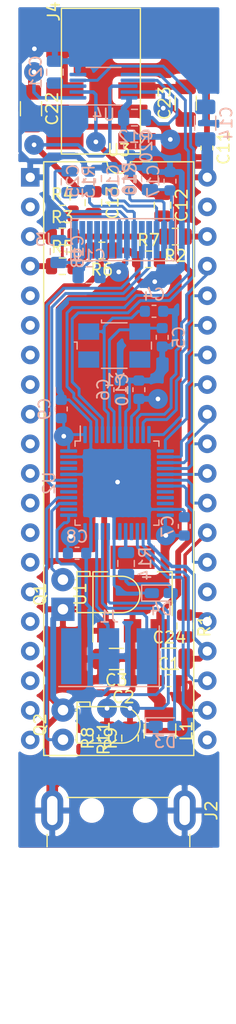
<source format=kicad_pcb>
(kicad_pcb (version 20171130) (host pcbnew 5.1.4-e60b266~84~ubuntu18.04.1)
  (layers (0 F.Cu signal) (31 B.Cu signal) (34 B.Paste user) (35 F.Paste user) (36 B.SilkS user) (37 F.SilkS user) (38 B.Mask user) (39 F.Mask user) (44 Edge.Cuts user))
  (net 0 "")
  (net 1 GND)
  (net 2 +3V3)
  (net 3 "Net-(C4-Pad2)")
  (net 4 "Net-(C5-Pad2)")
  (net 5 "Net-(C6-Pad2)")
  (net 6 +5V)
  (net 7 "Net-(C12-Pad2)")
  (net 8 "Net-(C12-Pad1)")
  (net 9 "Net-(C13-Pad2)")
  (net 10 "Net-(C13-Pad1)")
  (net 11 "Net-(C15-Pad2)")
  (net 12 "Net-(C16-Pad2)")
  (net 13 "Net-(C18-Pad2)")
  (net 14 "Net-(C18-Pad1)")
  (net 15 "Net-(C19-Pad2)")
  (net 16 "Net-(C19-Pad1)")
  (net 17 "Net-(C21-Pad2)")
  (net 18 "Net-(C22-Pad2)")
  (net 19 "Net-(C22-Pad1)")
  (net 20 "Net-(C23-Pad2)")
  (net 21 "Net-(C23-Pad1)")
  (net 22 /SWCLK)
  (net 23 /SWDIO)
  (net 24 "Net-(J2-Pad3)")
  (net 25 "Net-(J2-Pad2)")
  (net 26 "Net-(J3-Pad12)")
  (net 27 /D_SDA)
  (net 28 "Net-(R1-Pad1)")
  (net 29 "Net-(R2-Pad1)")
  (net 30 "Net-(R3-Pad1)")
  (net 31 "Net-(R5-Pad1)")
  (net 32 /DP)
  (net 33 /DM)
  (net 34 /DA0)
  (net 35 /DA1)
  (net 36 /DA2)
  (net 37 /DA3)
  (net 38 /DA4)
  (net 39 /DA5)
  (net 40 /DA6)
  (net 41 /DA7)
  (net 42 /BC1)
  (net 43 /BDIR)
  (net 44 /RESET)
  (net 45 /CLOCK)
  (net 46 /A_CLK)
  (net 47 /A_UPDN)
  (net 48 /D_SCL)
  (net 49 VBUS)
  (net 50 "Net-(C25-Pad2)")
  (net 51 "Net-(R12-Pad2)")
  (net 52 "Net-(D3-Pad2)")
  (net 53 /PHOT_R)
  (net 54 /PHOT_L)
  (net 55 /LED)
  (module Package_DIP:DIP-40_W15.24mm (layer F.Cu) (at 95.9045 52.7887)
    (fp_text reference U3 (at 7.62 -2.33) (layer F.SilkS))
    (fp_text value YM2149F)
    (pad 40 thru_hole oval (at 15.24 0) (size 1.6 1.6) (drill 0.8) (layers *.Cu *.Mask) (net 6 +5V))
    (pad 20 thru_hole oval (at 0 48.26) (size 1.6 1.6) (drill 0.8) (layers *.Cu *.Mask))
    (pad 39 thru_hole oval (at 15.24 2.54) (size 1.6 1.6) (drill 0.8) (layers *.Cu *.Mask))
    (pad 19 thru_hole oval (at 0 45.72) (size 1.6 1.6) (drill 0.8) (layers *.Cu *.Mask))
    (pad 38 thru_hole oval (at 15.24 5.08) (size 1.6 1.6) (drill 0.8) (layers *.Cu *.Mask) (net 29 "Net-(R2-Pad1)"))
    (pad 18 thru_hole oval (at 0 43.18) (size 1.6 1.6) (drill 0.8) (layers *.Cu *.Mask))
    (pad 37 thru_hole oval (at 15.24 7.62) (size 1.6 1.6) (drill 0.8) (layers *.Cu *.Mask) (net 34 /DA0))
    (pad 17 thru_hole oval (at 0 40.64) (size 1.6 1.6) (drill 0.8) (layers *.Cu *.Mask))
    (pad 36 thru_hole oval (at 15.24 10.16) (size 1.6 1.6) (drill 0.8) (layers *.Cu *.Mask) (net 35 /DA1))
    (pad 16 thru_hole oval (at 0 38.1) (size 1.6 1.6) (drill 0.8) (layers *.Cu *.Mask))
    (pad 35 thru_hole oval (at 15.24 12.7) (size 1.6 1.6) (drill 0.8) (layers *.Cu *.Mask) (net 36 /DA2))
    (pad 15 thru_hole oval (at 0 35.56) (size 1.6 1.6) (drill 0.8) (layers *.Cu *.Mask))
    (pad 34 thru_hole oval (at 15.24 15.24) (size 1.6 1.6) (drill 0.8) (layers *.Cu *.Mask) (net 37 /DA3))
    (pad 14 thru_hole oval (at 0 33.02) (size 1.6 1.6) (drill 0.8) (layers *.Cu *.Mask))
    (pad 33 thru_hole oval (at 15.24 17.78) (size 1.6 1.6) (drill 0.8) (layers *.Cu *.Mask) (net 38 /DA4))
    (pad 13 thru_hole oval (at 0 30.48) (size 1.6 1.6) (drill 0.8) (layers *.Cu *.Mask))
    (pad 32 thru_hole oval (at 15.24 20.32) (size 1.6 1.6) (drill 0.8) (layers *.Cu *.Mask) (net 39 /DA5))
    (pad 12 thru_hole oval (at 0 27.94) (size 1.6 1.6) (drill 0.8) (layers *.Cu *.Mask))
    (pad 31 thru_hole oval (at 15.24 22.86) (size 1.6 1.6) (drill 0.8) (layers *.Cu *.Mask) (net 40 /DA6))
    (pad 11 thru_hole oval (at 0 25.4) (size 1.6 1.6) (drill 0.8) (layers *.Cu *.Mask))
    (pad 30 thru_hole oval (at 15.24 25.4) (size 1.6 1.6) (drill 0.8) (layers *.Cu *.Mask) (net 41 /DA7))
    (pad 10 thru_hole oval (at 0 22.86) (size 1.6 1.6) (drill 0.8) (layers *.Cu *.Mask))
    (pad 29 thru_hole oval (at 15.24 27.94) (size 1.6 1.6) (drill 0.8) (layers *.Cu *.Mask) (net 42 /BC1))
    (pad 9 thru_hole oval (at 0 20.32) (size 1.6 1.6) (drill 0.8) (layers *.Cu *.Mask))
    (pad 28 thru_hole oval (at 15.24 30.48) (size 1.6 1.6) (drill 0.8) (layers *.Cu *.Mask) (net 28 "Net-(R1-Pad1)"))
    (pad 8 thru_hole oval (at 0 17.78) (size 1.6 1.6) (drill 0.8) (layers *.Cu *.Mask))
    (pad 27 thru_hole oval (at 15.24 33.02) (size 1.6 1.6) (drill 0.8) (layers *.Cu *.Mask) (net 43 /BDIR))
    (pad 7 thru_hole oval (at 0 15.24) (size 1.6 1.6) (drill 0.8) (layers *.Cu *.Mask))
    (pad 26 thru_hole oval (at 15.24 35.56) (size 1.6 1.6) (drill 0.8) (layers *.Cu *.Mask))
    (pad 6 thru_hole oval (at 0 12.7) (size 1.6 1.6) (drill 0.8) (layers *.Cu *.Mask))
    (pad 25 thru_hole oval (at 15.24 38.1) (size 1.6 1.6) (drill 0.8) (layers *.Cu *.Mask) (net 28 "Net-(R1-Pad1)"))
    (pad 5 thru_hole oval (at 0 10.16) (size 1.6 1.6) (drill 0.8) (layers *.Cu *.Mask))
    (pad 24 thru_hole oval (at 15.24 40.64) (size 1.6 1.6) (drill 0.8) (layers *.Cu *.Mask) (net 1 GND))
    (pad 4 thru_hole oval (at 0 7.62) (size 1.6 1.6) (drill 0.8) (layers *.Cu *.Mask) (net 31 "Net-(R5-Pad1)"))
    (pad 23 thru_hole oval (at 15.24 43.18) (size 1.6 1.6) (drill 0.8) (layers *.Cu *.Mask) (net 44 /RESET))
    (pad 3 thru_hole oval (at 0 5.08) (size 1.6 1.6) (drill 0.8) (layers *.Cu *.Mask) (net 30 "Net-(R3-Pad1)"))
    (pad 22 thru_hole oval (at 15.24 45.72) (size 1.6 1.6) (drill 0.8) (layers *.Cu *.Mask) (net 45 /CLOCK))
    (pad 2 thru_hole oval (at 0 2.54) (size 1.6 1.6) (drill 0.8) (layers *.Cu *.Mask))
    (pad 21 thru_hole oval (at 15.24 48.26) (size 1.6 1.6) (drill 0.8) (layers *.Cu *.Mask))
    (pad 1 thru_hole rect (at 0 0) (size 1.6 1.6) (drill 0.8) (layers *.Cu *.Mask) (net 1 GND))
  )
  (module Capacitor_SMD:C_0603_1608Metric (layer B.Cu) (at 104.46512 50.10404 90)
    (fp_text reference C20 (at 0 1.43 90) (layer B.SilkS) (effects (justify mirror)))
    (fp_text value 0.1uF)
    (pad 2 smd roundrect (at 0.7875 0 90) (size 0.875 0.95) (layers B.Cu B.Paste B.Mask) (net 6 +5V))
    (pad 1 smd roundrect (at -0.7875 0 90) (size 0.875 0.95) (layers B.Cu B.Paste B.Mask) (net 1 GND))
  )
  (module aydongle:phone_jack (layer F.Cu) (at 101.98862 45.34408 90)
    (fp_text reference J4 (at 6.78 -4.06 90) (layer F.SilkS))
    (fp_text value Audio-Jack-3)
    (pad S smd rect (at 3.55 3.1 90) (size 1.4 3.2) (layers F.Cu F.Paste F.Mask) (net 1 GND))
    (pad R smd rect (at 0 3.1 90) (size 1.4 3.2) (layers F.Cu F.Paste F.Mask) (net 20 "Net-(C23-Pad2)"))
    (pad T smd rect (at -4.35 3.1 90) (size 1.4 3.2) (layers F.Cu F.Paste F.Mask) (net 18 "Net-(C22-Pad2)"))
    (pad T smd rect (at -4.35 -3.1 90) (size 1.4 3.2) (layers F.Cu F.Paste F.Mask) (net 18 "Net-(C22-Pad2)"))
    (pad S smd rect (at 3.55 -3.1 90) (size 1.4 3.2) (layers F.Cu F.Paste F.Mask) (net 1 GND))
    (pad S smd rect (at 0 -3.1 90) (size 1.4 3.2) (layers F.Cu F.Paste F.Mask) (net 1 GND))
  )
  (module LED_THT:LED_D3.0mm_Horizontal_O1.27mm_Z2.0mm (layer F.Cu) (at 98.7171 89.8398 90)
    (fp_text reference Q1 (at 1.27 -1.96 90) (layer F.SilkS))
    (fp_text value Q_Photo_NPN_EC)
    (pad 2 thru_hole circle (at 2.54 0 90) (size 2 2) (drill 0.9) (layers *.Cu *.Mask) (net 53 /PHOT_R))
    (pad 1 thru_hole rect (at 0 0 90) (size 2 2) (drill 0.9) (layers *.Cu *.Mask) (net 1 GND))
  )
  (module Resistor_SMD:R_0805_2012Metric (layer B.Cu) (at 104.15524 85.91296 90)
    (fp_text reference R14 (at 0 1.65 270) (layer B.SilkS) (effects (justify mirror)))
    (fp_text value R)
    (pad 2 smd roundrect (at 0.9375 0 90) (size 0.975 1.4) (layers B.Cu B.Paste B.Mask) (net 55 /LED))
    (pad 1 smd roundrect (at -0.9375 0 90) (size 0.975 1.4) (layers B.Cu B.Paste B.Mask) (net 52 "Net-(D3-Pad2)"))
  )
  (module LED_THT:LED_D3.0mm_Horizontal_O1.27mm_Z2.0mm (layer F.Cu) (at 98.72472 101.02596 90)
    (fp_text reference Q2 (at 1.27 -1.96 90) (layer F.SilkS))
    (fp_text value Q_Photo_NPN_CE)
    (pad 2 thru_hole circle (at 2.54 0 90) (size 2 2) (drill 0.9) (layers *.Cu *.Mask) (net 1 GND))
    (pad 1 thru_hole circle (at 0 0 90) (size 1.9 1.9) (drill 0.9) (layers *.Cu *.Mask) (net 54 /PHOT_L))
  )
  (module LED_SMD:LED_0603_1608Metric_Castellated (layer B.Cu) (at 107.18292 88.45296)
    (fp_text reference D4 (at 0 1.38 180) (layer B.SilkS) (effects (justify mirror)))
    (fp_text value LED)
    (pad 2 smd roundrect (at 0.8125 0) (size 1.225 0.85) (layers B.Cu B.Paste B.Mask) (net 52 "Net-(D3-Pad2)"))
    (pad 1 smd roundrect (at -0.8125 0) (size 1.225 0.85) (layers B.Cu B.Paste B.Mask) (net 1 GND))
  )
  (module LED_SMD:LED_0603_1608Metric_Castellated (layer B.Cu) (at 107.5182 99.83216)
    (fp_text reference D3 (at 0 1.38) (layer B.SilkS) (effects (justify mirror)))
    (fp_text value LED)
    (pad 2 smd roundrect (at 0.8125 0) (size 1.225 0.85) (layers B.Cu B.Paste B.Mask) (net 52 "Net-(D3-Pad2)"))
    (pad 1 smd roundrect (at -0.8125 0) (size 1.225 0.85) (layers B.Cu B.Paste B.Mask) (net 1 GND))
  )
  (module Capacitor_SMD:C_0603_1608Metric (layer B.Cu) (at 101.01072 53.09108 270)
    (fp_text reference C25 (at 0 1.43 90) (layer B.SilkS) (effects (justify mirror)))
    (fp_text value 0.1uF)
    (pad 2 smd roundrect (at 0.7875 0 270) (size 0.875 0.95) (layers B.Cu B.Paste B.Mask) (net 50 "Net-(C25-Pad2)"))
    (pad 1 smd roundrect (at -0.7875 0 270) (size 0.875 0.95) (layers B.Cu B.Paste B.Mask) (net 1 GND))
  )
  (module Resistor_SMD:R_0805_2012Metric (layer B.Cu) (at 99.2886 53.1749 90)
    (fp_text reference R13 (at 0 1.65 90) (layer B.SilkS) (effects (justify mirror)))
    (fp_text value 560k)
    (pad 2 smd roundrect (at 0.9375 0 90) (size 0.975 1.4) (layers B.Cu B.Paste B.Mask) (net 2 +3V3))
    (pad 1 smd roundrect (at -0.9375 0 90) (size 0.975 1.4) (layers B.Cu B.Paste B.Mask) (net 50 "Net-(C25-Pad2)"))
  )
  (module Resistor_SMD:R_0805_2012Metric (layer B.Cu) (at 104.88168 47.67072)
    (fp_text reference R12 (at 0 1.65 180) (layer B.SilkS) (effects (justify mirror)))
    (fp_text value 100k)
    (pad 2 smd roundrect (at 0.9375 0) (size 0.975 1.4) (layers B.Cu B.Paste B.Mask) (net 51 "Net-(R12-Pad2)"))
    (pad 1 smd roundrect (at -0.9375 0) (size 0.975 1.4) (layers B.Cu B.Paste B.Mask) (net 6 +5V))
  )
  (module Capacitor_SMD:C_0805_2012Metric (layer B.Cu) (at 98.02876 43.76928 270)
    (fp_text reference C21 (at 0 1.65 270) (layer B.SilkS) (effects (justify mirror)))
    (fp_text value 1uF)
    (pad 2 smd roundrect (at 0.9375 0 270) (size 0.975 1.4) (layers B.Cu B.Paste B.Mask) (net 17 "Net-(C21-Pad2)"))
    (pad 1 smd roundrect (at -0.9375 0 270) (size 0.975 1.4) (layers B.Cu B.Paste B.Mask) (net 1 GND))
  )
  (module Capacitor_SMD:C_0805_2012Metric (layer B.Cu) (at 100.97008 61.17082 180)
    (fp_text reference C19 (at 0 1.65 180) (layer B.SilkS) (effects (justify mirror)))
    (fp_text value 1uF)
    (pad 2 smd roundrect (at 0.9375 0 180) (size 0.975 1.4) (layers B.Cu B.Paste B.Mask) (net 15 "Net-(C19-Pad2)"))
    (pad 1 smd roundrect (at -0.9375 0 180) (size 0.975 1.4) (layers B.Cu B.Paste B.Mask) (net 16 "Net-(C19-Pad1)"))
  )
  (module Capacitor_SMD:C_0805_2012Metric (layer B.Cu) (at 98.33864 59.15914 90)
    (fp_text reference C18 (at 0 1.65 270) (layer B.SilkS) (effects (justify mirror)))
    (fp_text value 1uF)
    (pad 2 smd roundrect (at 0.9375 0 90) (size 0.975 1.4) (layers B.Cu B.Paste B.Mask) (net 13 "Net-(C18-Pad2)"))
    (pad 1 smd roundrect (at -0.9375 0 90) (size 0.975 1.4) (layers B.Cu B.Paste B.Mask) (net 14 "Net-(C18-Pad1)"))
  )
  (module Capacitor_SMD:C_0805_2012Metric (layer B.Cu) (at 106.20248 52.91328 270)
    (fp_text reference C16 (at 0 1.65 270) (layer B.SilkS) (effects (justify mirror)))
    (fp_text value 4.7uF)
    (pad 2 smd roundrect (at 0.9375 0 270) (size 0.975 1.4) (layers B.Cu B.Paste B.Mask) (net 12 "Net-(C16-Pad2)"))
    (pad 1 smd roundrect (at -0.9375 0 270) (size 0.975 1.4) (layers B.Cu B.Paste B.Mask) (net 1 GND))
  )
  (module Capacitor_SMD:C_0805_2012Metric (layer F.Cu) (at 101.34092 54.9656 270)
    (fp_text reference C13 (at 0 -1.65 90) (layer F.SilkS))
    (fp_text value 1uF)
    (pad 2 smd roundrect (at 0.9375 0 270) (size 0.975 1.4) (layers F.Cu F.Paste F.Mask) (net 9 "Net-(C13-Pad2)"))
    (pad 1 smd roundrect (at -0.9375 0 270) (size 0.975 1.4) (layers F.Cu F.Paste F.Mask) (net 10 "Net-(C13-Pad1)"))
  )
  (module Capacitor_SMD:C_0805_2012Metric (layer F.Cu) (at 107.29468 55.18404 270)
    (fp_text reference C12 (at 0 -1.65 90) (layer F.SilkS))
    (fp_text value 1uF)
    (pad 2 smd roundrect (at 0.9375 0 270) (size 0.975 1.4) (layers F.Cu F.Paste F.Mask) (net 7 "Net-(C12-Pad2)"))
    (pad 1 smd roundrect (at -0.9375 0 270) (size 0.975 1.4) (layers F.Cu F.Paste F.Mask) (net 8 "Net-(C12-Pad1)"))
  )
  (module Package_TO_SOT_SMD:SOT-223 (layer F.Cu) (at 104.71404 88.53424 90)
    (fp_text reference U1 (at 0 -4.5 90) (layer F.SilkS))
    (fp_text value AP1117-33)
    (pad 1 smd rect (at -3.15 -2.3 90) (size 2 1.5) (layers F.Cu F.Paste F.Mask) (net 1 GND))
    (pad 3 smd rect (at -3.15 2.3 90) (size 2 1.5) (layers F.Cu F.Paste F.Mask) (net 6 +5V))
    (pad 2 smd rect (at -3.15 0 90) (size 2 1.5) (layers F.Cu F.Paste F.Mask) (net 2 +3V3))
    (pad 4 smd rect (at 3.15 0 90) (size 2 3.8) (layers F.Cu F.Paste F.Mask))
  )
  (module Capacitor_SMD:C_1206_3216Metric (layer F.Cu) (at 107.88396 94.0816)
    (fp_text reference C24 (at 0 -1.82) (layer F.SilkS))
    (fp_text value 10µF)
    (pad 2 smd roundrect (at 1.4 0) (size 1.25 1.75) (layers F.Cu F.Paste F.Mask) (roundrect_rratio 0.2) (net 1 GND))
    (pad 1 smd roundrect (at -1.4 0) (size 1.25 1.75) (layers F.Cu F.Paste F.Mask) (roundrect_rratio 0.2) (net 6 +5V))
  )
  (module Crystal:Crystal_SMD_0603-4Pin_6.0x3.5mm (layer B.Cu) (at 103.13924 67.2211)
    (fp_text reference Y1 (at 0 2.95) (layer B.SilkS) (effects (justify mirror)))
    (fp_text value 12MHz)
    (pad 4 smd rect (at -2.2 1.2) (size 1.8 1.4) (layers B.Cu B.Paste B.Mask))
    (pad 3 smd rect (at 2.2 1.2) (size 1.8 1.4) (layers B.Cu B.Paste B.Mask))
    (pad 2 smd rect (at 2.2 -1.2) (size 1.8 1.4) (layers B.Cu B.Paste B.Mask) (net 4 "Net-(C5-Pad2)"))
    (pad 1 smd rect (at -2.2 -1.2) (size 1.8 1.4) (layers B.Cu B.Paste B.Mask) (net 3 "Net-(C4-Pad2)"))
  )
  (module Package_SO:VSSOP-10_3x3mm_P0.5mm (layer B.Cu) (at 102.21468 44.97324)
    (fp_text reference U4 (at 0 2.45) (layer B.SilkS) (effects (justify mirror)))
    (fp_text value LM4811)
    (pad 1 smd roundrect (at -2.2 1) (size 1.45 0.3) (layers B.Cu B.Paste B.Mask) (net 19 "Net-(C22-Pad1)"))
    (pad 2 smd roundrect (at -2.2 0.5) (size 1.45 0.3) (layers B.Cu B.Paste B.Mask) (net 8 "Net-(C12-Pad1)"))
    (pad 3 smd roundrect (at -2.2 0) (size 1.45 0.3) (layers B.Cu B.Paste B.Mask) (net 17 "Net-(C21-Pad2)"))
    (pad 4 smd roundrect (at -2.2 -0.5) (size 1.45 0.3) (layers B.Cu B.Paste B.Mask) (net 46 /A_CLK))
    (pad 5 smd roundrect (at -2.2 -1) (size 1.45 0.3) (layers B.Cu B.Paste B.Mask) (net 1 GND))
    (pad 6 smd roundrect (at 2.2 -1) (size 1.45 0.3) (layers B.Cu B.Paste B.Mask) (net 47 /A_UPDN))
    (pad 7 smd roundrect (at 2.2 -0.5) (size 1.45 0.3) (layers B.Cu B.Paste B.Mask) (net 51 "Net-(R12-Pad2)"))
    (pad 8 smd roundrect (at 2.2 0) (size 1.45 0.3) (layers B.Cu B.Paste B.Mask) (net 10 "Net-(C13-Pad1)"))
    (pad 9 smd roundrect (at 2.2 0.5) (size 1.45 0.3) (layers B.Cu B.Paste B.Mask) (net 21 "Net-(C23-Pad1)"))
    (pad 10 smd roundrect (at 2.2 1) (size 1.45 0.3) (layers B.Cu B.Paste B.Mask) (net 6 +5V))
  )
  (module Resistor_SMD:R_0805_2012Metric (layer F.Cu) (at 100.5713 100.9015 270)
    (fp_text reference R11 (at 0 -1.65 90) (layer F.SilkS))
    (fp_text value 4.7k)
    (pad 2 smd roundrect (at 0.9375 0 270) (size 0.975 1.4) (layers F.Cu F.Paste F.Mask) (net 24 "Net-(J2-Pad3)"))
    (pad 1 smd roundrect (at -0.9375 0 270) (size 0.975 1.4) (layers F.Cu F.Paste F.Mask) (net 2 +3V3))
  )
  (module Resistor_SMD:R_0805_2012Metric (layer B.Cu) (at 102.743 52.89804 90)
    (fp_text reference R10 (at 0 1.65 270) (layer B.SilkS) (effects (justify mirror)))
    (fp_text value 560k)
    (pad 2 smd roundrect (at 0.9375 0 90) (size 0.975 1.4) (layers B.Cu B.Paste B.Mask) (net 1 GND))
    (pad 1 smd roundrect (at -0.9375 0 90) (size 0.975 1.4) (layers B.Cu B.Paste B.Mask) (net 26 "Net-(J3-Pad12)"))
  )
  (module Resistor_SMD:R_0805_2012Metric (layer F.Cu) (at 104.4956 100.8888 90)
    (fp_text reference R9 (at 0 -1.65 90) (layer F.SilkS))
    (fp_text value 22)
    (pad 2 smd roundrect (at 0.9375 0 90) (size 0.975 1.4) (layers F.Cu F.Paste F.Mask) (net 33 /DM))
    (pad 1 smd roundrect (at -0.9375 0 90) (size 0.975 1.4) (layers F.Cu F.Paste F.Mask) (net 25 "Net-(J2-Pad2)"))
  )
  (module Resistor_SMD:R_0805_2012Metric (layer F.Cu) (at 102.5144 100.8888 90)
    (fp_text reference R8 (at 0 -1.65 90) (layer F.SilkS))
    (fp_text value 22)
    (pad 2 smd roundrect (at 0.9375 0 90) (size 0.975 1.4) (layers F.Cu F.Paste F.Mask) (net 32 /DP))
    (pad 1 smd roundrect (at -0.9375 0 90) (size 0.975 1.4) (layers F.Cu F.Paste F.Mask) (net 24 "Net-(J2-Pad3)"))
  )
  (module Resistor_SMD:R_0805_2012Metric (layer F.Cu) (at 106.09072 59.82208)
    (fp_text reference R7 (at 0 -1.65) (layer F.SilkS))
    (fp_text value 220)
    (pad 2 smd roundrect (at 0.9375 0) (size 0.975 1.4) (layers F.Cu F.Paste F.Mask) (net 7 "Net-(C12-Pad2)"))
    (pad 1 smd roundrect (at -0.9375 0) (size 0.975 1.4) (layers F.Cu F.Paste F.Mask) (net 1 GND))
  )
  (module Resistor_SMD:R_0805_2012Metric (layer F.Cu) (at 102.07244 59.06516 180)
    (fp_text reference R6 (at 0 -1.65) (layer F.SilkS))
    (fp_text value 220)
    (pad 2 smd roundrect (at 0.9375 0 180) (size 0.975 1.4) (layers F.Cu F.Paste F.Mask) (net 9 "Net-(C13-Pad2)"))
    (pad 1 smd roundrect (at -0.9375 0 180) (size 0.975 1.4) (layers F.Cu F.Paste F.Mask) (net 1 GND))
  )
  (module Resistor_SMD:R_0805_2012Metric (layer F.Cu) (at 98.6663 60.4139)
    (fp_text reference R5 (at 0 -1.65) (layer F.SilkS))
    (fp_text value 3k)
    (pad 2 smd roundrect (at 0.9375 0) (size 0.975 1.4) (layers F.Cu F.Paste F.Mask) (net 9 "Net-(C13-Pad2)"))
    (pad 1 smd roundrect (at -0.9375 0) (size 0.975 1.4) (layers F.Cu F.Paste F.Mask) (net 31 "Net-(R5-Pad1)"))
  )
  (module Resistor_SMD:R_0805_2012Metric (layer F.Cu) (at 98.6536 55.9054)
    (fp_text reference R4 (at 0 -1.65) (layer F.SilkS))
    (fp_text value 5k6)
    (pad 2 smd roundrect (at 0.9375 0) (size 0.975 1.4) (layers F.Cu F.Paste F.Mask) (net 9 "Net-(C13-Pad2)"))
    (pad 1 smd roundrect (at -0.9375 0) (size 0.975 1.4) (layers F.Cu F.Paste F.Mask) (net 30 "Net-(R3-Pad1)"))
  )
  (module Resistor_SMD:R_0805_2012Metric (layer F.Cu) (at 98.6536 57.8612)
    (fp_text reference R3 (at 0 -1.65) (layer F.SilkS))
    (fp_text value 5k6)
    (pad 2 smd roundrect (at 0.9375 0) (size 0.975 1.4) (layers F.Cu F.Paste F.Mask) (net 7 "Net-(C12-Pad2)"))
    (pad 1 smd roundrect (at -0.9375 0) (size 0.975 1.4) (layers F.Cu F.Paste F.Mask) (net 30 "Net-(R3-Pad1)"))
  )
  (module Resistor_SMD:R_0805_2012Metric (layer F.Cu) (at 108.3945 57.8739 180)
    (fp_text reference R2 (at 0 -1.65) (layer F.SilkS))
    (fp_text value 3k)
    (pad 2 smd roundrect (at 0.9375 0 180) (size 0.975 1.4) (layers F.Cu F.Paste F.Mask) (net 7 "Net-(C12-Pad2)"))
    (pad 1 smd roundrect (at -0.9375 0 180) (size 0.975 1.4) (layers F.Cu F.Paste F.Mask) (net 29 "Net-(R2-Pad1)"))
  )
  (module Resistor_SMD:R_0805_2012Metric (layer F.Cu) (at 109.2454 91.27236 270)
    (fp_text reference R1 (at 0 -1.65 90) (layer F.SilkS))
    (fp_text value 1k)
    (pad 2 smd roundrect (at 0.9375 0 270) (size 0.975 1.4) (layers F.Cu F.Paste F.Mask) (net 6 +5V))
    (pad 1 smd roundrect (at -0.9375 0 270) (size 0.975 1.4) (layers F.Cu F.Paste F.Mask) (net 28 "Net-(R1-Pad1)"))
  )
  (module Inductor_SMD:L_1210_3225Metric (layer F.Cu) (at 107.0737 100.2792 270)
    (fp_text reference L1 (at 0 -2.28 90) (layer F.SilkS))
    (fp_text value 47µH)
    (pad 2 smd roundrect (at 1.4 0 270) (size 1.25 2.65) (layers F.Cu F.Paste F.Mask) (roundrect_rratio 0.2) (net 49 VBUS))
    (pad 1 smd roundrect (at -1.4 0 270) (size 1.25 2.65) (layers F.Cu F.Paste F.Mask) (roundrect_rratio 0.2) (net 6 +5V))
  )
  (module aydongle:display_14p (layer B.Cu) (at 103.90632 58.13806 180)
    (fp_text reference J3 (at 6.75 -0.01) (layer B.SilkS) (effects (justify mirror)))
    (fp_text value Display)
    (pad 14 smd rect (at -4.16 0 180) (size 0.5 3.2) (layers B.Cu B.Paste B.Mask) (net 12 "Net-(C16-Pad2)"))
    (pad 13 smd rect (at -3.52 0 180) (size 0.5 3.2) (layers B.Cu B.Paste B.Mask) (net 11 "Net-(C15-Pad2)"))
    (pad 12 smd rect (at -2.88 0 180) (size 0.5 3.2) (layers B.Cu B.Paste B.Mask) (net 26 "Net-(J3-Pad12)"))
    (pad 11 smd rect (at -2.24 0 180) (size 0.5 3.2) (layers B.Cu B.Paste B.Mask) (net 27 /D_SDA))
    (pad 10 smd rect (at -1.6 0 180) (size 0.5 3.2) (layers B.Cu B.Paste B.Mask) (net 48 /D_SCL))
    (pad 9 smd rect (at -0.96 0 180) (size 0.5 3.2) (layers B.Cu B.Paste B.Mask) (net 50 "Net-(C25-Pad2)"))
    (pad 8 smd rect (at -0.32 0 180) (size 0.5 3.2) (layers B.Cu B.Paste B.Mask) (net 2 +3V3))
    (pad 1 smd rect (at 4.16 0 180) (size 0.5 3.2) (layers B.Cu B.Paste B.Mask) (net 13 "Net-(C18-Pad2)"))
    (pad 2 smd rect (at 3.52 0 180) (size 0.5 3.2) (layers B.Cu B.Paste B.Mask) (net 14 "Net-(C18-Pad1)"))
    (pad 3 smd rect (at 2.88 0 180) (size 0.5 3.2) (layers B.Cu B.Paste B.Mask) (net 15 "Net-(C19-Pad2)"))
    (pad 4 smd rect (at 2.24 0 180) (size 0.5 3.2) (layers B.Cu B.Paste B.Mask) (net 16 "Net-(C19-Pad1)"))
    (pad 5 smd rect (at 1.6 0 180) (size 0.5 3.2) (layers B.Cu B.Paste B.Mask) (net 2 +3V3))
    (pad 6 smd rect (at 0.96 0 180) (size 0.5 3.2) (layers B.Cu B.Paste B.Mask))
    (pad 7 smd rect (at 0.32 0 180) (size 0.5 3.2) (layers B.Cu B.Paste B.Mask) (net 1 GND))
  )
  (module Connector_USB:USB_A_CNCTech_1001-011-01101_Horizontal (layer F.Cu) (at 103.5 114 270)
    (fp_text reference J2 (at -6.9 -8 90) (layer F.SilkS))
    (fp_text value USB_A)
    (pad "" np_thru_hole circle (at -6.9 2.3 270) (size 1.1 1.1) (drill 1.1) (layers *.Cu *.Mask))
    (pad "" np_thru_hole circle (at -6.9 -2.3 270) (size 1.1 1.1) (drill 1.1) (layers *.Cu *.Mask))
    (pad 5 thru_hole oval (at -6.9 5.7 270) (size 3.5 1.9) (drill oval 2.5 0.9) (layers *.Cu *.Mask) (net 1 GND))
    (pad 5 thru_hole oval (at -6.9 -5.7 270) (size 3.5 1.9) (drill oval 2.5 0.9) (layers *.Cu *.Mask) (net 1 GND))
    (pad 4 smd rect (at -9.65 3.5 270) (size 2.5 1.1) (layers F.Cu F.Paste F.Mask) (net 1 GND))
    (pad 1 smd rect (at -9.65 -3.5 270) (size 2.5 1.1) (layers F.Cu F.Paste F.Mask) (net 49 VBUS))
    (pad 3 smd rect (at -9.65 1 270) (size 2.5 1.1) (layers F.Cu F.Paste F.Mask) (net 24 "Net-(J2-Pad3)"))
    (pad 2 smd rect (at -9.65 -1 270) (size 2.5 1.1) (layers F.Cu F.Paste F.Mask) (net 25 "Net-(J2-Pad2)"))
  )
  (module Crystal:Resonator_SMD_muRata_TPSKA-3Pin_7.9x3.8mm_HandSoldering (layer B.Cu) (at 102.68712 93.8657 180)
    (fp_text reference J1 (at 0 3.4) (layer B.SilkS) (effects (justify mirror)))
    (fp_text value prog)
    (pad 3 smd rect (at 3.25 0 180) (size 1.75 4.8) (layers B.Cu B.Paste B.Mask) (net 22 /SWCLK))
    (pad 2 smd rect (at 0 0 180) (size 1.75 4.8) (layers B.Cu B.Paste B.Mask) (net 1 GND))
    (pad 1 smd rect (at -3.25 0 180) (size 1.75 4.8) (layers B.Cu B.Paste B.Mask) (net 23 /SWDIO))
  )
  (module Capacitor_SMD:C_1206_3216Metric (layer F.Cu) (at 109.29112 46.4312 90)
    (fp_text reference C23 (at 0 -1.82 270) (layer F.SilkS))
    (fp_text value 100uF)
    (pad 2 smd roundrect (at 1.4 0 90) (size 1.25 1.75) (layers F.Cu F.Paste F.Mask) (roundrect_rratio 0.2) (net 20 "Net-(C23-Pad2)"))
    (pad 1 smd roundrect (at -1.4 0 90) (size 1.25 1.75) (layers F.Cu F.Paste F.Mask) (roundrect_rratio 0.2) (net 21 "Net-(C23-Pad1)"))
  )
  (module Capacitor_SMD:C_1206_3216Metric (layer F.Cu) (at 95.96882 46.90618 270)
    (fp_text reference C22 (at 0 -1.82 90) (layer F.SilkS))
    (fp_text value 100uF)
    (pad 2 smd roundrect (at 1.4 0 270) (size 1.25 1.75) (layers F.Cu F.Paste F.Mask) (roundrect_rratio 0.2) (net 18 "Net-(C22-Pad2)"))
    (pad 1 smd roundrect (at -1.4 0 270) (size 1.25 1.75) (layers F.Cu F.Paste F.Mask) (roundrect_rratio 0.2) (net 19 "Net-(C22-Pad1)"))
  )
  (module Capacitor_SMD:C_0603_1608Metric (layer B.Cu) (at 107.93476 53.12156 270)
    (fp_text reference C17 (at 0 1.43 270) (layer B.SilkS) (effects (justify mirror)))
    (fp_text value 0.1uF)
    (pad 2 smd roundrect (at 0.7875 0 270) (size 0.875 0.95) (layers B.Cu B.Paste B.Mask) (net 12 "Net-(C16-Pad2)"))
    (pad 1 smd roundrect (at -0.7875 0 270) (size 0.875 0.95) (layers B.Cu B.Paste B.Mask) (net 1 GND))
  )
  (module Capacitor_SMD:C_0603_1608Metric (layer B.Cu) (at 104.47528 53.10632 270)
    (fp_text reference C15 (at 0 1.43 270) (layer B.SilkS) (effects (justify mirror)))
    (fp_text value 0.1uF)
    (pad 2 smd roundrect (at 0.7875 0 270) (size 0.875 0.95) (layers B.Cu B.Paste B.Mask) (net 11 "Net-(C15-Pad2)"))
    (pad 1 smd roundrect (at -0.7875 0 270) (size 0.875 0.95) (layers B.Cu B.Paste B.Mask) (net 1 GND))
  )
  (module Capacitor_SMD:C_1206_3216Metric (layer B.Cu) (at 110.96752 48.14824 90)
    (fp_text reference C14 (at 0 1.82 90) (layer B.SilkS) (effects (justify mirror)))
    (fp_text value 100uF)
    (pad 2 smd roundrect (at 1.4 0 90) (size 1.25 1.75) (layers B.Cu B.Paste B.Mask) (roundrect_rratio 0.2) (net 1 GND))
    (pad 1 smd roundrect (at -1.4 0 90) (size 1.25 1.75) (layers B.Cu B.Paste B.Mask) (roundrect_rratio 0.2) (net 6 +5V))
  )
  (module Capacitor_SMD:C_0603_1608Metric (layer F.Cu) (at 111.11992 50.27676 270)
    (fp_text reference C11 (at 0 -1.43 90) (layer F.SilkS))
    (fp_text value 0.1uF)
    (pad 2 smd roundrect (at 0.7875 0 270) (size 0.875 0.95) (layers F.Cu F.Paste F.Mask) (net 6 +5V))
    (pad 1 smd roundrect (at -0.7875 0 270) (size 0.875 0.95) (layers F.Cu F.Paste F.Mask) (net 1 GND))
  )
  (module Capacitor_SMD:C_0603_1608Metric (layer B.Cu) (at 105.2576 71.0057 270)
    (fp_text reference C10 (at 0 1.43 90) (layer B.SilkS) (effects (justify mirror)))
    (fp_text value 0.1uF)
    (pad 2 smd roundrect (at 0.7875 0 270) (size 0.875 0.95) (layers B.Cu B.Paste B.Mask) (net 2 +3V3))
    (pad 1 smd roundrect (at -0.7875 0 270) (size 0.875 0.95) (layers B.Cu B.Paste B.Mask) (net 1 GND))
  )
  (module Capacitor_SMD:C_0603_1608Metric (layer B.Cu) (at 98.57486 72.66178 270)
    (fp_text reference C9 (at 0 1.43 90) (layer B.SilkS) (effects (justify mirror)))
    (fp_text value 0.1uF)
    (pad 2 smd roundrect (at 0.7875 0 270) (size 0.875 0.95) (layers B.Cu B.Paste B.Mask) (net 2 +3V3))
    (pad 1 smd roundrect (at -0.7875 0 270) (size 0.875 0.95) (layers B.Cu B.Paste B.Mask) (net 1 GND))
  )
  (module Capacitor_SMD:C_0603_1608Metric (layer B.Cu) (at 99.9363 85.0392 180)
    (fp_text reference C8 (at 0 1.43) (layer B.SilkS) (effects (justify mirror)))
    (fp_text value 0.1uF)
    (pad 2 smd roundrect (at 0.7875 0 180) (size 0.875 0.95) (layers B.Cu B.Paste B.Mask) (net 2 +3V3))
    (pad 1 smd roundrect (at -0.7875 0 180) (size 0.875 0.95) (layers B.Cu B.Paste B.Mask) (net 1 GND))
  )
  (module Capacitor_SMD:C_0603_1608Metric (layer B.Cu) (at 109.16666 82.7278 270)
    (fp_text reference C7 (at 0 1.43 90) (layer B.SilkS) (effects (justify mirror)))
    (fp_text value 0.1uF)
    (pad 2 smd roundrect (at 0.7875 0 270) (size 0.875 0.95) (layers B.Cu B.Paste B.Mask) (net 2 +3V3))
    (pad 1 smd roundrect (at -0.7875 0 270) (size 0.875 0.95) (layers B.Cu B.Paste B.Mask) (net 1 GND))
  )
  (module Capacitor_SMD:C_0603_1608Metric (layer B.Cu) (at 103.6193 71.0058 270)
    (fp_text reference C6 (at 0 1.43 90) (layer B.SilkS) (effects (justify mirror)))
    (fp_text value 0.1uF)
    (pad 2 smd roundrect (at 0.7875 0 270) (size 0.875 0.95) (layers B.Cu B.Paste B.Mask) (net 5 "Net-(C6-Pad2)"))
    (pad 1 smd roundrect (at -0.7875 0 270) (size 0.875 0.95) (layers B.Cu B.Paste B.Mask) (net 1 GND))
  )
  (module Capacitor_SMD:C_0603_1608Metric (layer B.Cu) (at 107.26674 66.51498 90)
    (fp_text reference C5 (at 0 1.43 90) (layer B.SilkS) (effects (justify mirror)))
    (fp_text value 0.1uF)
    (pad 2 smd roundrect (at 0.7875 0 90) (size 0.875 0.95) (layers B.Cu B.Paste B.Mask) (net 4 "Net-(C5-Pad2)"))
    (pad 1 smd roundrect (at -0.7875 0 90) (size 0.875 0.95) (layers B.Cu B.Paste B.Mask) (net 1 GND))
  )
  (module Capacitor_SMD:C_0603_1608Metric (layer B.Cu) (at 106.56316 64.28232 180)
    (fp_text reference C4 (at 0 1.43) (layer B.SilkS) (effects (justify mirror)))
    (fp_text value 0.1uF)
    (pad 2 smd roundrect (at 0.7875 0 180) (size 0.875 0.95) (layers B.Cu B.Paste B.Mask) (net 3 "Net-(C4-Pad2)"))
    (pad 1 smd roundrect (at -0.7875 0 180) (size 0.875 0.95) (layers B.Cu B.Paste B.Mask) (net 1 GND))
  )
  (module Capacitor_SMD:C_1206_3216Metric (layer F.Cu) (at 103.31704 94.10192 180)
    (fp_text reference C3 (at 0 -1.82) (layer F.SilkS))
    (fp_text value 10µF)
    (pad 2 smd roundrect (at 1.4 0 180) (size 1.25 1.75) (layers F.Cu F.Paste F.Mask) (roundrect_rratio 0.2) (net 1 GND))
    (pad 1 smd roundrect (at -1.4 0 180) (size 1.25 1.75) (layers F.Cu F.Paste F.Mask) (roundrect_rratio 0.2) (net 2 +3V3))
  )
  (module Capacitor_SMD:C_0603_1608Metric (layer F.Cu) (at 103.92664 95.95104 180)
    (fp_text reference C2 (at 0 -1.43) (layer F.SilkS))
    (fp_text value 0.1)
    (pad 2 smd roundrect (at 0.7875 0 180) (size 0.875 0.95) (layers F.Cu F.Paste F.Mask) (net 1 GND))
    (pad 1 smd roundrect (at -0.7875 0 180) (size 0.875 0.95) (layers F.Cu F.Paste F.Mask) (net 2 +3V3))
  )
  (module Capacitor_SMD:C_0603_1608Metric (layer F.Cu) (at 107.85348 95.9612)
    (fp_text reference C1 (at 0 -1.43) (layer F.SilkS))
    (fp_text value 0.1)
    (pad 2 smd roundrect (at 0.7875 0) (size 0.875 0.95) (layers F.Cu F.Paste F.Mask) (net 1 GND))
    (pad 1 smd roundrect (at -0.7875 0) (size 0.875 0.95) (layers F.Cu F.Paste F.Mask) (net 6 +5V))
  )
  (module Package_QFP:LQFP-48_7x7mm_P0.5mm (layer B.Cu) (at 103.37292 79.0194 270)
    (fp_text reference U2 (at 0 5.85 270) (layer B.SilkS) (effects (justify mirror)))
    (fp_text value STM32F103C8TxSmall)
    (pad 1 smd roundrect (at -4.1625 2.75 270) (size 1.475 0.3) (layers B.Cu B.Paste B.Mask) (net 2 +3V3))
    (pad 2 smd roundrect (at -4.1625 2.25 270) (size 1.475 0.3) (layers B.Cu B.Paste B.Mask) (net 1 GND))
    (pad 3 smd roundrect (at -4.1625 1.75 270) (size 1.475 0.3) (layers B.Cu B.Paste B.Mask) (net 47 /A_UPDN))
    (pad 4 smd roundrect (at -4.1625 1.25 270) (size 1.475 0.3) (layers B.Cu B.Paste B.Mask) (net 46 /A_CLK))
    (pad 5 smd roundrect (at -4.1625 0.75 270) (size 1.475 0.3) (layers B.Cu B.Paste B.Mask) (net 3 "Net-(C4-Pad2)"))
    (pad 6 smd roundrect (at -4.1625 0.25 270) (size 1.475 0.3) (layers B.Cu B.Paste B.Mask) (net 4 "Net-(C5-Pad2)"))
    (pad 7 smd roundrect (at -4.1625 -0.25 270) (size 1.475 0.3) (layers B.Cu B.Paste B.Mask) (net 5 "Net-(C6-Pad2)"))
    (pad 8 smd roundrect (at -4.1625 -0.75 270) (size 1.475 0.3) (layers B.Cu B.Paste B.Mask) (net 1 GND))
    (pad 9 smd roundrect (at -4.1625 -1.25 270) (size 1.475 0.3) (layers B.Cu B.Paste B.Mask) (net 2 +3V3))
    (pad 10 smd roundrect (at -4.1625 -1.75 270) (size 1.475 0.3) (layers B.Cu B.Paste B.Mask) (net 34 /DA0))
    (pad 11 smd roundrect (at -4.1625 -2.25 270) (size 1.475 0.3) (layers B.Cu B.Paste B.Mask) (net 35 /DA1))
    (pad 12 smd roundrect (at -4.1625 -2.75 270) (size 1.475 0.3) (layers B.Cu B.Paste B.Mask) (net 36 /DA2))
    (pad 13 smd roundrect (at -2.75 -4.1625 270) (size 0.3 1.475) (layers B.Cu B.Paste B.Mask) (net 37 /DA3))
    (pad 14 smd roundrect (at -2.25 -4.1625 270) (size 0.3 1.475) (layers B.Cu B.Paste B.Mask) (net 38 /DA4))
    (pad 15 smd roundrect (at -1.75 -4.1625 270) (size 0.3 1.475) (layers B.Cu B.Paste B.Mask) (net 39 /DA5))
    (pad 16 smd roundrect (at -1.25 -4.1625 270) (size 0.3 1.475) (layers B.Cu B.Paste B.Mask) (net 40 /DA6))
    (pad 17 smd roundrect (at -0.75 -4.1625 270) (size 0.3 1.475) (layers B.Cu B.Paste B.Mask) (net 41 /DA7))
    (pad 18 smd roundrect (at -0.25 -4.1625 270) (size 0.3 1.475) (layers B.Cu B.Paste B.Mask) (net 42 /BC1))
    (pad 19 smd roundrect (at 0.25 -4.1625 270) (size 0.3 1.475) (layers B.Cu B.Paste B.Mask) (net 43 /BDIR))
    (pad 20 smd roundrect (at 0.75 -4.1625 270) (size 0.3 1.475) (layers B.Cu B.Paste B.Mask))
    (pad 21 smd roundrect (at 1.25 -4.1625 270) (size 0.3 1.475) (layers B.Cu B.Paste B.Mask))
    (pad 22 smd roundrect (at 1.75 -4.1625 270) (size 0.3 1.475) (layers B.Cu B.Paste B.Mask))
    (pad 23 smd roundrect (at 2.25 -4.1625 270) (size 0.3 1.475) (layers B.Cu B.Paste B.Mask) (net 1 GND))
    (pad 24 smd roundrect (at 2.75 -4.1625 270) (size 0.3 1.475) (layers B.Cu B.Paste B.Mask) (net 2 +3V3))
    (pad 25 smd roundrect (at 4.1625 -2.75 270) (size 1.475 0.3) (layers B.Cu B.Paste B.Mask) (net 1 GND))
    (pad 26 smd roundrect (at 4.1625 -2.25 270) (size 1.475 0.3) (layers B.Cu B.Paste B.Mask) (net 44 /RESET))
    (pad 27 smd roundrect (at 4.1625 -1.75 270) (size 1.475 0.3) (layers B.Cu B.Paste B.Mask) (net 45 /CLOCK))
    (pad 28 smd roundrect (at 4.1625 -1.25 270) (size 1.475 0.3) (layers B.Cu B.Paste B.Mask))
    (pad 29 smd roundrect (at 4.1625 -0.75 270) (size 1.475 0.3) (layers B.Cu B.Paste B.Mask) (net 55 /LED))
    (pad 30 smd roundrect (at 4.1625 -0.25 270) (size 1.475 0.3) (layers B.Cu B.Paste B.Mask))
    (pad 31 smd roundrect (at 4.1625 0.25 270) (size 1.475 0.3) (layers B.Cu B.Paste B.Mask) (net 1 GND))
    (pad 32 smd roundrect (at 4.1625 0.75 270) (size 1.475 0.3) (layers B.Cu B.Paste B.Mask) (net 33 /DM))
    (pad 33 smd roundrect (at 4.1625 1.25 270) (size 1.475 0.3) (layers B.Cu B.Paste B.Mask) (net 32 /DP))
    (pad 34 smd roundrect (at 4.1625 1.75 270) (size 1.475 0.3) (layers B.Cu B.Paste B.Mask) (net 23 /SWDIO))
    (pad 35 smd roundrect (at 4.1625 2.25 270) (size 1.475 0.3) (layers B.Cu B.Paste B.Mask) (net 1 GND))
    (pad 36 smd roundrect (at 4.1625 2.75 270) (size 1.475 0.3) (layers B.Cu B.Paste B.Mask) (net 2 +3V3))
    (pad 37 smd roundrect (at 2.75 4.1625 270) (size 0.3 1.475) (layers B.Cu B.Paste B.Mask) (net 22 /SWCLK))
    (pad 38 smd roundrect (at 2.25 4.1625 270) (size 0.3 1.475) (layers B.Cu B.Paste B.Mask))
    (pad 39 smd roundrect (at 1.75 4.1625 270) (size 0.3 1.475) (layers B.Cu B.Paste B.Mask) (net 53 /PHOT_R))
    (pad 40 smd roundrect (at 1.25 4.1625 270) (size 0.3 1.475) (layers B.Cu B.Paste B.Mask) (net 54 /PHOT_L))
    (pad 41 smd roundrect (at 0.75 4.1625 270) (size 0.3 1.475) (layers B.Cu B.Paste B.Mask))
    (pad 42 smd roundrect (at 0.25 4.1625 270) (size 0.3 1.475) (layers B.Cu B.Paste B.Mask) (net 48 /D_SCL))
    (pad 43 smd roundrect (at -0.25 4.1625 270) (size 0.3 1.475) (layers B.Cu B.Paste B.Mask) (net 27 /D_SDA))
    (pad 44 smd roundrect (at -0.75 4.1625 270) (size 0.3 1.475) (layers B.Cu B.Paste B.Mask) (net 1 GND))
    (pad 45 smd roundrect (at -1.25 4.1625 270) (size 0.3 1.475) (layers B.Cu B.Paste B.Mask))
    (pad 46 smd roundrect (at -1.75 4.1625 270) (size 0.3 1.475) (layers B.Cu B.Paste B.Mask))
    (pad 47 smd roundrect (at -2.25 4.1625 270) (size 0.3 1.475) (layers B.Cu B.Paste B.Mask) (net 1 GND))
    (pad 48 smd roundrect (at -2.75 4.1625 270) (size 0.3 1.475) (layers B.Cu B.Paste B.Mask) (net 2 +3V3))
  )
  (via (at 103.42372 78.92796) (size 1.7) (drill 0.4) (layers F.Cu B.Cu) (net 1))
  (via (at 96.26092 41.76776) (size 1.7) (drill 0.4) (layers F.Cu B.Cu) (net 1))
  (via (at 106.62412 61.74232) (size 1.7) (drill 0.4) (layers F.Cu B.Cu) (net 1))
  (segment (start 97.8 107.1) (end 97.8 104.9174) (width 1) (layer F.Cu) (net 1))
  (segment (start 98.3674 104.35) (end 100 104.35) (width 1) (layer F.Cu) (net 1))
  (segment (start 97.8 104.9174) (end 98.3674 104.35) (width 1) (layer F.Cu) (net 1))
  (segment (start 107.26674 67.30248) (end 107.84174 67.30248) (width 0.25) (layer B.Cu) (net 1))
  (segment (start 107.35066 64.28232) (end 108.08716 64.28232) (width 0.25) (layer B.Cu) (net 1))
  (segment (start 108.08716 64.28232) (end 108.29544 64.4906) (width 0.25) (layer B.Cu) (net 1))
  (segment (start 107.26674 69.2311) (end 107.26674 67.30248) (width 0.25) (layer B.Cu) (net 1))
  (segment (start 106.07294 51.98086) (end 106.64928 51.98086) (width 0.25) (layer B.Cu) (net 1))
  (segment (start 108.81106 52.52212) (end 108.623 52.33406) (width 0.25) (layer B.Cu) (net 1))
  (segment (start 104.12292 74.8569) (end 104.12292 73.037) (width 0.25) (layer B.Cu) (net 1))
  (segment (start 109.03326 81.2694) (end 109.16666 81.4028) (width 0.25) (layer B.Cu) (net 1))
  (segment (start 109.16666 81.4028) (end 109.16666 81.9403) (width 0.25) (layer B.Cu) (net 1))
  (segment (start 107.53542 81.2694) (end 109.03326 81.2694) (width 0.25) (layer B.Cu) (net 1))
  (segment (start 104.12292 73.037) (end 104.12292 72.90238) (width 0.25) (layer B.Cu) (net 1))
  (segment (start 104.12292 72.90238) (end 104.4448 72.5805) (width 0.25) (layer B.Cu) (net 1))
  (segment (start 104.4448 72.5805) (end 104.4448 71.9963) (width 0.25) (layer B.Cu) (net 1))
  (segment (start 104.4448 71.9963) (end 104.4448 71.6153) (width 0.25) (layer B.Cu) (net 1))
  (segment (start 104.4448 71.6153) (end 104.4448 70.231) (width 0.25) (layer B.Cu) (net 1))
  (segment (start 105.2575 70.2183) (end 105.2576 70.2182) (width 0.25) (layer B.Cu) (net 1))
  (segment (start 103.6193 70.2183) (end 105.2575 70.2183) (width 0.25) (layer B.Cu) (net 1))
  (segment (start 105.8326 70.2182) (end 105.8327 70.2183) (width 0.25) (layer B.Cu) (net 1))
  (segment (start 105.2576 70.2182) (end 105.8326 70.2182) (width 0.25) (layer B.Cu) (net 1))
  (segment (start 105.8327 70.2183) (end 106.9848 70.2183) (width 0.25) (layer B.Cu) (net 1))
  (segment (start 107.26674 69.93636) (end 107.26674 69.2311) (width 0.25) (layer B.Cu) (net 1))
  (segment (start 106.9848 70.2183) (end 107.26674 69.93636) (width 0.25) (layer B.Cu) (net 1))
  (segment (start 98.72472 89.84742) (end 98.7171 89.8398) (width 0.25) (layer B.Cu) (net 1))
  (segment (start 100.04552 98.48596) (end 98.72472 98.48596) (width 0.25) (layer B.Cu) (net 1))
  (segment (start 103.12292 87.761) (end 103.12292 83.1819) (width 0.25) (layer B.Cu) (net 1))
  (segment (start 106.51774 88.44788) (end 103.8098 88.44788) (width 0.25) (layer B.Cu) (net 1))
  (segment (start 103.8098 88.44788) (end 103.12292 87.761) (width 0.25) (layer B.Cu) (net 1))
  (segment (start 100.04552 99.30892) (end 100.04552 98.48596) (width 0.25) (layer B.Cu) (net 1))
  (segment (start 106.7057 99.83216) (end 100.56876 99.83216) (width 0.25) (layer B.Cu) (net 1))
  (segment (start 100.56876 99.83216) (end 100.04552 99.30892) (width 0.25) (layer B.Cu) (net 1))
  (segment (start 98.57486 71.07936) (end 98.20953 70.71403) (width 0.25) (layer B.Cu) (net 1))
  (segment (start 104.126442 63.203678) (end 106.36504 60.96508) (width 0.25) (layer B.Cu) (net 1))
  (segment (start 98.57486 71.87428) (end 98.57486 71.07936) (width 0.25) (layer B.Cu) (net 1))
  (segment (start 99.142962 63.203678) (end 104.126442 63.203678) (width 0.25) (layer B.Cu) (net 1))
  (segment (start 98.20953 70.71403) (end 98.20953 64.13711) (width 0.25) (layer B.Cu) (net 1))
  (segment (start 98.20953 64.13711) (end 99.142962 63.203678) (width 0.25) (layer B.Cu) (net 1))
  (segment (start 103.58632 56.39812) (end 103.58632 58.13806) (width 0.25) (layer B.Cu) (net 1))
  (segment (start 103.58632 56.37082) (end 103.58632 56.39812) (width 0.25) (layer B.Cu) (net 1))
  (segment (start 95.9045 52.7887) (end 96.44042 52.25278) (width 0.25) (layer B.Cu) (net 1))
  (segment (start 97.40128 54.49052) (end 99.08161 56.17085) (width 0.25) (layer B.Cu) (net 1))
  (segment (start 99.08161 56.17085) (end 103.38635 56.17085) (width 0.25) (layer B.Cu) (net 1))
  (segment (start 103.38635 56.17085) (end 103.58632 56.37082) (width 0.25) (layer B.Cu) (net 1))
  (segment (start 107.93476 52.33406) (end 108.623 52.33406) (width 0.25) (layer B.Cu) (net 1))
  (segment (start 104.3963 59.06516) (end 105.15322 59.82208) (width 0.5) (layer F.Cu) (net 1))
  (segment (start 103.00994 59.06516) (end 104.3963 59.06516) (width 0.5) (layer F.Cu) (net 1))
  (segment (start 106.62412 61.74232) (end 105.741996 61.74232) (width 0.5) (layer B.Cu) (net 1))
  (segment (start 105.741996 61.74232) (end 105.446458 62.037858) (width 0.5) (layer B.Cu) (net 1))
  (segment (start 106.69016 61.74232) (end 107.4674 60.96508) (width 0.5) (layer B.Cu) (net 1))
  (segment (start 106.36504 60.96508) (end 107.4674 60.96508) (width 0.25) (layer B.Cu) (net 1))
  (segment (start 106.62412 61.74232) (end 106.69016 61.74232) (width 0.5) (layer B.Cu) (net 1))
  (segment (start 107.4674 60.96508) (end 108.25226 60.96508) (width 0.25) (layer B.Cu) (net 1))
  (segment (start 105.15322 59.82208) (end 105.15322 61.50078) (width 0.5) (layer F.Cu) (net 1))
  (segment (start 105.39476 61.74232) (end 106.62412 61.74232) (width 0.5) (layer F.Cu) (net 1))
  (segment (start 105.15322 61.50078) (end 105.39476 61.74232) (width 0.5) (layer F.Cu) (net 1))
  (segment (start 98.88862 45.34408) (end 98.88862 41.79408) (width 0.5) (layer F.Cu) (net 1))
  (segment (start 98.88862 41.79408) (end 105.08862 41.79408) (width 0.5) (layer F.Cu) (net 1))
  (segment (start 107.8104 52.2097) (end 107.93476 52.33406) (width 0.3) (layer B.Cu) (net 1))
  (segment (start 98.88262 41.78808) (end 98.88862 41.79408) (width 0.5) (layer F.Cu) (net 1))
  (segment (start 96.17202 41.78808) (end 98.88262 41.78808) (width 0.5) (layer F.Cu) (net 1))
  (segment (start 97.74682 41.78808) (end 96.17202 41.78808) (width 0.5) (layer B.Cu) (net 1))
  (segment (start 97.2888 51.4028) (end 97.29171 51.39989) (width 0.3) (layer B.Cu) (net 1))
  (segment (start 95.9045 51.4028) (end 97.2888 51.4028) (width 0.3) (layer B.Cu) (net 1))
  (segment (start 97.40128 51.51528) (end 97.2888 51.4028) (width 0.3) (layer B.Cu) (net 1))
  (segment (start 97.112481 41.783) (end 95.9104 41.783) (width 0.5) (layer B.Cu) (net 1))
  (segment (start 95.9045 52.7887) (end 95.9045 51.6887) (width 0.3) (layer B.Cu) (net 1))
  (segment (start 98.0186 42.13252) (end 98.0186 41.783) (width 0.5) (layer B.Cu) (net 1))
  (segment (start 98.0186 42.72002) (end 98.0186 42.13252) (width 0.5) (layer B.Cu) (net 1))
  (segment (start 98.0186 41.783) (end 97.112481 41.783) (width 0.5) (layer B.Cu) (net 1))
  (segment (start 100.01468 43.97324) (end 100.01468 43.02216) (width 0.3) (layer B.Cu) (net 1))
  (segment (start 99.8243 42.83178) (end 98.02876 42.83178) (width 0.3) (layer B.Cu) (net 1))
  (segment (start 100.01468 43.02216) (end 99.8243 42.83178) (width 0.3) (layer B.Cu) (net 1))
  (segment (start 104.47528 51.03886) (end 104.4702 51.03378) (width 0.3) (layer B.Cu) (net 1))
  (segment (start 104.47528 50.9017) (end 104.46512 50.89154) (width 0.3) (layer B.Cu) (net 1))
  (segment (start 104.47528 52.31882) (end 104.47528 50.9017) (width 0.3) (layer B.Cu) (net 1))
  (segment (start 111.11992 49.48926) (end 111.11992 44.28236) (width 0.5) (layer F.Cu) (net 1))
  (segment (start 108.63164 41.79408) (end 105.08862 41.79408) (width 0.5) (layer F.Cu) (net 1))
  (segment (start 111.11992 44.28236) (end 108.63164 41.79408) (width 0.5) (layer F.Cu) (net 1))
  (segment (start 108.60532 41.76776) (end 96.26092 41.76776) (width 0.5) (layer B.Cu) (net 1))
  (segment (start 110.96752 46.74824) (end 110.96752 44.12996) (width 0.5) (layer B.Cu) (net 1))
  (segment (start 110.96752 44.12996) (end 108.60532 41.76776) (width 0.5) (layer B.Cu) (net 1))
  (segment (start 100.04792 76.7694) (end 99.21042 76.7694) (width 0.25) (layer B.Cu) (net 1))
  (segment (start 104.12292 74.8569) (end 104.12292 75.6944) (width 0.25) (layer B.Cu) (net 1))
  (segment (start 101.12292 82.3444) (end 101.11784 82.33932) (width 0.25) (layer B.Cu) (net 1))
  (segment (start 101.12292 83.1819) (end 101.12292 82.3444) (width 0.25) (layer B.Cu) (net 1))
  (segment (start 103.04792 76.7694) (end 101.11784 76.7694) (width 0.25) (layer B.Cu) (net 1))
  (segment (start 101.11784 76.7694) (end 100.04792 76.7694) (width 0.25) (layer B.Cu) (net 1))
  (segment (start 101.08596 78.2694) (end 101.11784 78.23752) (width 0.25) (layer B.Cu) (net 1))
  (segment (start 99.21042 78.2694) (end 101.08596 78.2694) (width 0.25) (layer B.Cu) (net 1))
  (segment (start 101.1788 81.2694) (end 101.11784 81.33036) (width 0.25) (layer B.Cu) (net 1))
  (segment (start 101.11784 82.33932) (end 101.11784 81.33036) (width 0.25) (layer B.Cu) (net 1))
  (segment (start 101.11784 81.33036) (end 101.11784 78.23752) (width 0.25) (layer B.Cu) (net 1))
  (segment (start 101.12292 74.8569) (end 101.12292 76.4942) (width 0.25) (layer B.Cu) (net 1))
  (segment (start 101.12248 73.76035) (end 99.23641 71.87428) (width 0.25) (layer B.Cu) (net 1))
  (segment (start 99.23641 71.87428) (end 98.57486 71.87428) (width 0.25) (layer B.Cu) (net 1))
  (segment (start 101.12248 74.16204) (end 101.12248 73.76035) (width 0.25) (layer B.Cu) (net 1))
  (segment (start 101.12292 74.8569) (end 101.12292 74.16248) (width 0.25) (layer B.Cu) (net 1))
  (segment (start 101.12292 74.16248) (end 101.12248 74.16204) (width 0.25) (layer B.Cu) (net 1))
  (segment (start 109.2 107.8176) (end 109.2 107.1) (width 1.5) (layer F.Cu) (net 1))
  (segment (start 98.72472 98.22688) (end 97.88409 97.38625) (width 0.5) (layer B.Cu) (net 1))
  (segment (start 98.72472 98.48596) (end 98.72472 98.22688) (width 0.5) (layer B.Cu) (net 1))
  (segment (start 97.88409 90.67281) (end 98.7171 89.8398) (width 0.5) (layer B.Cu) (net 1))
  (segment (start 97.88409 97.38625) (end 97.88409 90.67281) (width 0.5) (layer B.Cu) (net 1))
  (segment (start 100.7238 85.6142) (end 100.72116 85.61684) (width 0.3) (layer B.Cu) (net 1))
  (segment (start 100.7238 85.0392) (end 100.7238 85.6142) (width 0.3) (layer B.Cu) (net 1))
  (segment (start 102.594476 91.22664) (end 102.594476 93.773056) (width 0.3) (layer B.Cu) (net 1))
  (segment (start 102.594476 93.773056) (end 102.68712 93.8657) (width 0.3) (layer B.Cu) (net 1))
  (segment (start 100.7238 85.6142) (end 100.7238 89.355964) (width 0.3) (layer B.Cu) (net 1))
  (segment (start 100.7238 89.355964) (end 102.594476 91.22664) (width 0.3) (layer B.Cu) (net 1))
  (segment (start 103.12292 81.403) (end 103.25652 81.2694) (width 0.3) (layer B.Cu) (net 1))
  (segment (start 103.12292 83.1819) (end 103.12292 81.403) (width 0.3) (layer B.Cu) (net 1))
  (segment (start 103.25652 81.2694) (end 101.1788 81.2694) (width 0.25) (layer B.Cu) (net 1))
  (segment (start 102.68712 95.84944) (end 102.68712 93.8657) (width 0.3) (layer B.Cu) (net 1))
  (segment (start 106.12292 84.19256) (end 106.12292 83.1819) (width 0.3) (layer B.Cu) (net 1))
  (segment (start 109.28604 86.16696) (end 108.09732 86.16696) (width 0.3) (layer B.Cu) (net 1))
  (segment (start 111.1445 93.4287) (end 109.994499 92.278699) (width 0.3) (layer B.Cu) (net 1))
  (segment (start 108.09732 86.16696) (end 106.12292 84.19256) (width 0.3) (layer B.Cu) (net 1))
  (segment (start 109.994499 86.875419) (end 109.28604 86.16696) (width 0.3) (layer B.Cu) (net 1))
  (segment (start 109.994499 92.278699) (end 109.994499 86.875419) (width 0.3) (layer B.Cu) (net 1))
  (segment (start 106.12292 83.1819) (end 106.12292 81.34776) (width 0.3) (layer B.Cu) (net 1))
  (segment (start 106.12292 81.34776) (end 106.04456 81.2694) (width 0.3) (layer B.Cu) (net 1))
  (segment (start 107.53542 81.2694) (end 106.04456 81.2694) (width 0.25) (layer B.Cu) (net 1))
  (segment (start 106.04456 81.2694) (end 103.25652 81.2694) (width 0.25) (layer B.Cu) (net 1))
  (segment (start 104.12292 75.6944) (end 104.12292 76.7454) (width 0.3) (layer B.Cu) (net 1))
  (segment (start 101.91704 94.72894) (end 103.13914 95.95104) (width 0.5) (layer F.Cu) (net 1))
  (segment (start 101.91704 94.10192) (end 101.91704 94.72894) (width 0.5) (layer F.Cu) (net 1))
  (segment (start 99.624719 97.585961) (end 99.645039 97.585961) (width 0.5) (layer F.Cu) (net 1))
  (segment (start 98.72472 98.48596) (end 99.624719 97.585961) (width 0.5) (layer F.Cu) (net 1))
  (segment (start 99.645039 97.585961) (end 101.27996 95.95104) (width 0.5) (layer F.Cu) (net 1))
  (segment (start 110.4916 94.0816) (end 111.1445 93.4287) (width 0.5) (layer F.Cu) (net 1))
  (segment (start 109.28396 94.0816) (end 110.4916 94.0816) (width 0.5) (layer F.Cu) (net 1))
  (segment (start 103.42372 78.92796) (end 102.27564 80.07604) (width 0.5) (layer F.Cu) (net 1))
  (segment (start 102.41404 90.18424) (end 102.41404 91.68424) (width 0.5) (layer F.Cu) (net 1))
  (segment (start 102.27564 90.04584) (end 102.41404 90.18424) (width 0.5) (layer F.Cu) (net 1))
  (segment (start 98.7171 89.8398) (end 101.90988 89.8398) (width 0.5) (layer F.Cu) (net 1))
  (segment (start 101.90988 89.8398) (end 102.00132 89.74836) (width 0.5) (layer F.Cu) (net 1))
  (segment (start 102.00132 89.74836) (end 102.27564 89.74836) (width 0.5) (layer F.Cu) (net 1))
  (segment (start 102.27564 89.74836) (end 102.27564 90.04584) (width 0.5) (layer F.Cu) (net 1))
  (segment (start 109.2 94.16556) (end 109.28396 94.0816) (width 0.5) (layer F.Cu) (net 1))
  (segment (start 109.2 95.93968) (end 109.2 95.76848) (width 0.5) (layer F.Cu) (net 1))
  (segment (start 109.17848 95.9612) (end 109.2 95.93968) (width 0.5) (layer F.Cu) (net 1))
  (segment (start 108.64098 95.9612) (end 109.17848 95.9612) (width 0.5) (layer F.Cu) (net 1))
  (segment (start 109.2 107.1) (end 109.2 95.76848) (width 0.5) (layer F.Cu) (net 1))
  (segment (start 109.2 95.76848) (end 109.2 94.16556) (width 0.5) (layer F.Cu) (net 1))
  (segment (start 101.91704 95.74068) (end 101.91704 94.10192) (width 0.5) (layer F.Cu) (net 1))
  (segment (start 101.70668 95.95104) (end 101.91704 95.74068) (width 0.5) (layer F.Cu) (net 1))
  (segment (start 101.70668 95.95104) (end 103.13914 95.95104) (width 0.5) (layer F.Cu) (net 1))
  (segment (start 101.27996 95.95104) (end 101.70668 95.95104) (width 0.5) (layer F.Cu) (net 1))
  (segment (start 102.41404 93.60492) (end 101.91704 94.10192) (width 0.5) (layer F.Cu) (net 1))
  (segment (start 102.41404 91.68424) (end 102.41404 93.60492) (width 0.5) (layer F.Cu) (net 1))
  (segment (start 102.27564 80.07604) (end 102.27564 82.00644) (width 0.5) (layer F.Cu) (net 1))
  (segment (start 102.27564 85.80628) (end 102.27564 89.74836) (width 0.5) (layer F.Cu) (net 1))
  (segment (start 102.27564 82.00644) (end 102.27564 85.80628) (width 0.5) (layer F.Cu) (net 1))
  (segment (start 108.8502 52.33406) (end 107.93476 52.33406) (width 0.5) (layer B.Cu) (net 1))
  (segment (start 106.62412 61.74232) (end 107.826201 61.74232) (width 0.5) (layer B.Cu) (net 1))
  (segment (start 107.826201 61.74232) (end 108.92536 60.643161) (width 0.5) (layer B.Cu) (net 1))
  (segment (start 108.92536 60.643161) (end 108.942479 60.643161) (width 0.5) (layer B.Cu) (net 1))
  (segment (start 108.9519 52.43576) (end 108.8502 52.33406) (width 0.5) (layer B.Cu) (net 1))
  (segment (start 108.942479 60.643161) (end 108.9519 60.63374) (width 0.5) (layer B.Cu) (net 1))
  (segment (start 108.9519 60.63374) (end 108.9519 52.43576) (width 0.5) (layer B.Cu) (net 1))
  (segment (start 106.56076 52.33406) (end 106.20248 51.97578) (width 0.5) (layer B.Cu) (net 1))
  (segment (start 107.93476 52.33406) (end 106.56076 52.33406) (width 0.5) (layer B.Cu) (net 1))
  (segment (start 104.81832 51.97578) (end 104.47528 52.31882) (width 0.5) (layer B.Cu) (net 1))
  (segment (start 106.20248 51.97578) (end 104.81832 51.97578) (width 0.5) (layer B.Cu) (net 1))
  (segment (start 104.117 51.96054) (end 104.47528 52.31882) (width 0.5) (layer B.Cu) (net 1))
  (segment (start 102.743 51.96054) (end 104.117 51.96054) (width 0.5) (layer B.Cu) (net 1))
  (segment (start 102.75824 51.97578) (end 102.743 51.96054) (width 0.5) (layer B.Cu) (net 1))
  (segment (start 106.20248 51.97578) (end 102.75824 51.97578) (width 0.5) (layer B.Cu) (net 1))
  (segment (start 101.35376 51.96054) (end 101.01072 52.30358) (width 0.5) (layer B.Cu) (net 1))
  (segment (start 102.743 51.96054) (end 101.35376 51.96054) (width 0.5) (layer B.Cu) (net 1))
  (segment (start 100.549108 51.841968) (end 100.549108 51.552508) (width 0.5) (layer B.Cu) (net 1))
  (segment (start 101.01072 52.30358) (end 100.549108 51.841968) (width 0.5) (layer B.Cu) (net 1))
  (segment (start 100.549108 51.552508) (end 99.94392 50.94732) (width 0.5) (layer B.Cu) (net 1))
  (segment (start 99.94392 50.94732) (end 97.57664 50.94732) (width 0.5) (layer B.Cu) (net 1))
  (segment (start 95.9045 52.61946) (end 95.9045 52.7887) (width 0.5) (layer B.Cu) (net 1))
  (segment (start 97.46391 54.55315) (end 97.46391 54.80715) (width 0.5) (layer B.Cu) (net 1))
  (segment (start 97.40128 54.49052) (end 97.46391 54.55315) (width 0.5) (layer B.Cu) (net 1))
  (segment (start 97.46391 54.80715) (end 98.87712 56.22036) (width 0.5) (layer B.Cu) (net 1))
  (segment (start 97.2045 52.7887) (end 97.21976 52.80396) (width 0.5) (layer B.Cu) (net 1))
  (segment (start 95.9045 52.7887) (end 97.2045 52.7887) (width 0.5) (layer B.Cu) (net 1))
  (segment (start 97.40128 54.49052) (end 97.40128 52.80396) (width 0.3) (layer B.Cu) (net 1))
  (segment (start 97.40128 52.80396) (end 97.40128 51.51528) (width 0.3) (layer B.Cu) (net 1))
  (segment (start 97.25152 54.59476) (end 97.46391 54.80715) (width 0.5) (layer B.Cu) (net 1))
  (segment (start 97.25152 51.27244) (end 97.25152 54.59476) (width 0.5) (layer B.Cu) (net 1))
  (segment (start 97.57664 50.94732) (end 97.25152 51.27244) (width 0.5) (layer B.Cu) (net 1))
  (segment (start 95.9045 52.7887) (end 95.9045 51.41386) (width 0.5) (layer B.Cu) (net 1))
  (segment (start 95.9045 51.41386) (end 95.9045 51.4028) (width 0.3) (layer B.Cu) (net 1))
  (segment (start 97.27774 51.41386) (end 97.2888 51.4028) (width 0.5) (layer B.Cu) (net 1))
  (segment (start 95.9045 51.41386) (end 97.27774 51.41386) (width 0.5) (layer B.Cu) (net 1))
  (segment (start 95.025359 48.723401) (end 95.025359 50.570821) (width 0.3) (layer B.Cu) (net 1))
  (segment (start 95.857338 51.4028) (end 95.9045 51.4028) (width 0.3) (layer B.Cu) (net 1))
  (segment (start 99.135079 48.723401) (end 95.025359 48.723401) (width 0.3) (layer B.Cu) (net 1))
  (segment (start 95.025359 43.003321) (end 95.025359 47.113041) (width 0.3) (layer B.Cu) (net 1))
  (segment (start 96.26092 41.76776) (end 95.025359 43.003321) (width 0.3) (layer B.Cu) (net 1))
  (segment (start 95.025359 47.113041) (end 100.158401 47.113041) (width 0.3) (layer B.Cu) (net 1))
  (segment (start 100.158401 47.113041) (end 99.55276 47.718682) (width 0.3) (layer B.Cu) (net 1))
  (segment (start 95.025359 50.570821) (end 95.857338 51.4028) (width 0.3) (layer B.Cu) (net 1))
  (segment (start 99.55276 47.718682) (end 99.55276 48.30572) (width 0.3) (layer B.Cu) (net 1))
  (segment (start 99.55276 48.30572) (end 99.135079 48.723401) (width 0.3) (layer B.Cu) (net 1))
  (segment (start 102.68712 96.5657) (end 102.03178 97.22104) (width 0.3) (layer B.Cu) (net 1))
  (segment (start 102.68712 93.8657) (end 102.68712 96.5657) (width 0.3) (layer B.Cu) (net 1))
  (segment (start 102.03178 97.22104) (end 101.31044 97.22104) (width 0.3) (layer B.Cu) (net 1))
  (segment (start 100.945519 97.585961) (end 101.31044 97.22104) (width 0.3) (layer B.Cu) (net 1))
  (segment (start 99.624719 97.585961) (end 100.945519 97.585961) (width 0.3) (layer B.Cu) (net 1))
  (segment (start 98.72472 98.48596) (end 99.624719 97.585961) (width 0.3) (layer B.Cu) (net 1))
  (segment (start 106.20248 51.97578) (end 106.20248 51.17084) (width 0.5) (layer B.Cu) (net 1))
  (segment (start 105.92318 50.89154) (end 104.46512 50.89154) (width 0.5) (layer B.Cu) (net 1))
  (segment (start 106.20248 51.17084) (end 105.92318 50.89154) (width 0.5) (layer B.Cu) (net 1))
  (segment (start 98.57486 71.33678) (end 98.38436 71.14628) (width 0.5) (layer B.Cu) (net 1))
  (segment (start 98.57486 71.87428) (end 98.57486 71.33678) (width 0.5) (layer B.Cu) (net 1))
  (segment (start 98.38436 64.131716) (end 98.992318 63.523758) (width 0.5) (layer B.Cu) (net 1))
  (segment (start 98.38436 71.14628) (end 98.38436 64.131716) (width 0.5) (layer B.Cu) (net 1))
  (segment (start 98.992318 63.523758) (end 98.992318 63.430519) (width 0.3) (layer B.Cu) (net 1))
  (segment (start 99.194163 63.228678) (end 104.066088 63.228678) (width 0.3) (layer B.Cu) (net 1))
  (segment (start 98.992318 63.430519) (end 99.194163 63.228678) (width 0.3) (layer B.Cu) (net 1))
  (segment (start 104.09892 76.7694) (end 104.12292 76.7454) (width 0.3) (layer B.Cu) (net 1))
  (segment (start 103.04792 76.7694) (end 104.09892 76.7694) (width 0.3) (layer B.Cu) (net 1))
  (segment (start 101.12292 76.85996) (end 101.11784 76.86504) (width 0.3) (layer B.Cu) (net 1))
  (segment (start 101.11784 78.23752) (end 101.11784 76.86504) (width 0.25) (layer B.Cu) (net 1))
  (segment (start 101.12292 76.4942) (end 101.12292 76.85996) (width 0.3) (layer B.Cu) (net 1))
  (segment (start 101.11784 76.86504) (end 101.11784 76.7694) (width 0.25) (layer B.Cu) (net 1))
  (segment (start 101.12292 83.1819) (end 101.12292 84.79577) (width 0.3) (layer B.Cu) (net 1))
  (segment (start 100.87949 85.0392) (end 100.7238 85.0392) (width 0.3) (layer B.Cu) (net 1))
  (segment (start 101.12292 84.79577) (end 100.87949 85.0392) (width 0.3) (layer B.Cu) (net 1))
  (segment (start 98.72472 98.48596) (end 97.29216 99.91852) (width 0.5) (layer F.Cu) (net 1))
  (segment (start 97.29216 99.91852) (end 97.29216 103.27476) (width 0.5) (layer F.Cu) (net 1))
  (segment (start 97.8 103.8) (end 97.8087 103.7913) (width 0.5) (layer F.Cu) (net 1))
  (segment (start 97.8 104.9174) (end 97.8 103.8) (width 0.5) (layer F.Cu) (net 1))
  (segment (start 97.29216 103.27476) (end 97.8087 103.7913) (width 0.5) (layer F.Cu) (net 1))
  (segment (start 97.8087 103.7913) (end 98.3674 104.35) (width 0.5) (layer F.Cu) (net 1))
  (segment (start 102.16896 85.6996) (end 97.49648 85.6996) (width 0.5) (layer F.Cu) (net 1))
  (segment (start 102.27564 85.80628) (end 102.16896 85.6996) (width 0.5) (layer F.Cu) (net 1))
  (segment (start 100.67544 62.13348) (end 101.981 60.82792) (width 0.5) (layer F.Cu) (net 1))
  (segment (start 97.49648 85.6996) (end 97.34804 85.84804) (width 0.5) (layer F.Cu) (net 1))
  (segment (start 101.981 60.0941) (end 103.00994 59.06516) (width 0.5) (layer F.Cu) (net 1))
  (segment (start 97.34804 85.84804) (end 97.34804 63.64224) (width 0.5) (layer F.Cu) (net 1))
  (segment (start 101.981 60.82792) (end 101.981 60.0941) (width 0.5) (layer F.Cu) (net 1))
  (segment (start 97.34804 63.64224) (end 98.8568 62.13348) (width 0.5) (layer F.Cu) (net 1))
  (segment (start 98.8568 62.13348) (end 100.67544 62.13348) (width 0.5) (layer F.Cu) (net 1))
  (segment (start 107.26674 67.30248) (end 107.998624 67.30248) (width 0.5) (layer B.Cu) (net 1))
  (segment (start 107.998624 67.30248) (end 108.354571 66.946533) (width 0.5) (layer B.Cu) (net 1))
  (segment (start 108.354571 66.946533) (end 108.354571 64.354571) (width 0.5) (layer B.Cu) (net 1))
  (segment (start 108.28232 64.28232) (end 107.35066 64.28232) (width 0.5) (layer B.Cu) (net 1))
  (segment (start 108.354571 64.354571) (end 108.28232 64.28232) (width 0.5) (layer B.Cu) (net 1))
  (segment (start 97.29216 99.91852) (end 97.29216 96.50784) (width 0.5) (layer F.Cu) (net 1))
  (segment (start 97.84896 95.95104) (end 101.27996 95.95104) (width 0.5) (layer F.Cu) (net 1))
  (segment (start 97.29216 96.50784) (end 97.84896 95.95104) (width 0.5) (layer F.Cu) (net 1))
  (via (at 103.52532 60.90412) (size 1.7) (drill 0.4) (layers F.Cu B.Cu) (net 2))
  (via (at 98.79076 74.99604) (size 1.7) (drill 0.4) (layers F.Cu B.Cu) (net 2))
  (via (at 106.9 71.8) (size 1.7) (drill 0.4) (layers F.Cu B.Cu) (net 2))
  (via (at 107.57662 83.50758) (size 1.7) (drill 0.4) (layers F.Cu B.Cu) (net 2))
  (via (at 99.3902 83.59394) (size 1.7) (drill 0.4) (layers F.Cu B.Cu) (net 2))
  (segment (start 99.21042 75.4793) (end 98.89236 75.16124) (width 0.25) (layer B.Cu) (net 2))
  (segment (start 99.1967 74.8569) (end 98.89236 75.16124) (width 0.25) (layer B.Cu) (net 2))
  (segment (start 104.62292 74.8569) (end 104.62292 73.31029) (width 0.25) (layer B.Cu) (net 2))
  (segment (start 104.62292 73.31029) (end 105.26213 72.67108) (width 0.25) (layer B.Cu) (net 2))
  (segment (start 102.30632 59.98806) (end 102.63564 60.31738) (width 0.25) (layer B.Cu) (net 2))
  (segment (start 102.30632 58.13806) (end 102.30632 59.98806) (width 0.25) (layer B.Cu) (net 2))
  (segment (start 98.9299 74.8569) (end 98.79076 74.99604) (width 0.25) (layer B.Cu) (net 2))
  (segment (start 100.62292 74.8569) (end 98.9299 74.8569) (width 0.25) (layer B.Cu) (net 2))
  (segment (start 99.21042 75.4157) (end 98.79076 74.99604) (width 0.25) (layer B.Cu) (net 2))
  (segment (start 99.21042 76.2694) (end 99.21042 75.4157) (width 0.25) (layer B.Cu) (net 2))
  (segment (start 98.79076 73.66518) (end 98.57486 73.44928) (width 0.25) (layer B.Cu) (net 2))
  (segment (start 98.79076 74.99604) (end 98.79076 73.66518) (width 0.25) (layer B.Cu) (net 2))
  (segment (start 108.22188 83.5153) (end 109.16666 83.5153) (width 0.25) (layer B.Cu) (net 2))
  (segment (start 107.53542 82.82884) (end 108.22188 83.5153) (width 0.25) (layer B.Cu) (net 2))
  (segment (start 99.80224 83.1819) (end 99.3902 83.59394) (width 0.25) (layer B.Cu) (net 2))
  (segment (start 100.62292 83.1819) (end 99.80224 83.1819) (width 0.25) (layer B.Cu) (net 2))
  (segment (start 99.32152 83.66262) (end 99.3902 83.59394) (width 0.25) (layer B.Cu) (net 2))
  (segment (start 105.2576 72.66655) (end 105.2576 71.7932) (width 0.25) (layer B.Cu) (net 2))
  (segment (start 105.26213 72.67108) (end 105.2576 72.66655) (width 0.25) (layer B.Cu) (net 2))
  (segment (start 99.1488 83.83534) (end 99.3902 83.59394) (width 0.25) (layer B.Cu) (net 2))
  (segment (start 99.1488 85.0392) (end 99.1488 83.83534) (width 0.25) (layer B.Cu) (net 2))
  (segment (start 102.93858 60.31738) (end 103.52532 60.90412) (width 0.25) (layer B.Cu) (net 2))
  (segment (start 102.63564 60.31738) (end 102.93858 60.31738) (width 0.25) (layer B.Cu) (net 2))
  (segment (start 104.22632 60.20312) (end 103.52532 60.90412) (width 0.25) (layer B.Cu) (net 2))
  (segment (start 104.22632 58.13806) (end 104.22632 60.20312) (width 0.25) (layer B.Cu) (net 2))
  (segment (start 104.22632 56.31091) (end 103.63625 55.72084) (width 0.25) (layer B.Cu) (net 2))
  (segment (start 104.22632 58.13806) (end 104.22632 56.31091) (width 0.25) (layer B.Cu) (net 2))
  (segment (start 103.63625 55.72084) (end 99.26801 55.72084) (width 0.25) (layer B.Cu) (net 2))
  (segment (start 99.26801 55.72084) (end 98.03892 54.49175) (width 0.25) (layer B.Cu) (net 2))
  (segment (start 98.03892 54.49175) (end 98.03892 52.34178) (width 0.25) (layer B.Cu) (net 2))
  (segment (start 98.1433 52.2374) (end 99.2886 52.2374) (width 0.25) (layer B.Cu) (net 2))
  (segment (start 98.03892 52.34178) (end 98.1433 52.2374) (width 0.25) (layer B.Cu) (net 2))
  (segment (start 104.71704 91.68724) (end 104.71404 91.68424) (width 0.5) (layer F.Cu) (net 2))
  (segment (start 104.71704 94.10192) (end 104.71704 91.68724) (width 0.5) (layer F.Cu) (net 2))
  (segment (start 104.71414 94.10482) (end 104.71704 94.10192) (width 0.5) (layer F.Cu) (net 2))
  (segment (start 104.71414 95.95104) (end 104.71414 94.10482) (width 0.5) (layer F.Cu) (net 2))
  (segment (start 107.37539 83.70881) (end 107.57662 83.50758) (width 0.5) (layer F.Cu) (net 2))
  (segment (start 107.37539 87.52289) (end 107.37539 83.70881) (width 0.5) (layer F.Cu) (net 2))
  (segment (start 104.71404 90.18424) (end 107.37539 87.52289) (width 0.5) (layer F.Cu) (net 2))
  (segment (start 104.71404 91.68424) (end 104.71404 90.18424) (width 0.5) (layer F.Cu) (net 2))
  (segment (start 100.5713 98.0313) (end 101.566501 97.036099) (width 0.5) (layer F.Cu) (net 2))
  (segment (start 100.5713 99.964) (end 100.5713 98.0313) (width 0.5) (layer F.Cu) (net 2))
  (segment (start 101.566501 97.036099) (end 104.406221 97.036099) (width 0.5) (layer F.Cu) (net 2))
  (segment (start 104.406221 97.036099) (end 104.71414 96.72818) (width 0.5) (layer F.Cu) (net 2))
  (segment (start 104.71414 96.72818) (end 104.71414 95.95104) (width 0.5) (layer F.Cu) (net 2))
  (segment (start 106.9018 71.7932) (end 106.9086 71.8) (width 0.5) (layer B.Cu) (net 2))
  (segment (start 105.2576 71.7932) (end 106.9018 71.7932) (width 0.5) (layer B.Cu) (net 2))
  (segment (start 107.53542 83.46638) (end 107.57662 83.50758) (width 0.3) (layer B.Cu) (net 2))
  (segment (start 107.53542 81.7694) (end 107.53542 83.46638) (width 0.3) (layer B.Cu) (net 2))
  (segment (start 107.58434 83.5153) (end 107.57662 83.50758) (width 0.3) (layer B.Cu) (net 2))
  (segment (start 109.16666 83.5153) (end 107.58434 83.5153) (width 0.3) (layer B.Cu) (net 2))
  (segment (start 105.20426 64.28232) (end 105.77566 64.28232) (width 0.25) (layer B.Cu) (net 3))
  (segment (start 102.62292 73.03192) (end 102.2731 72.6821) (width 0.25) (layer B.Cu) (net 3))
  (segment (start 102.99954 64.86398) (end 104.6226 64.86398) (width 0.25) (layer B.Cu) (net 3))
  (segment (start 102.62292 74.8569) (end 102.62292 73.03192) (width 0.25) (layer B.Cu) (net 3))
  (segment (start 102.2731 65.59042) (end 102.99954 64.86398) (width 0.25) (layer B.Cu) (net 3))
  (segment (start 104.6226 64.86398) (end 105.20426 64.28232) (width 0.25) (layer B.Cu) (net 3))
  (segment (start 102.2731 66.20496) (end 102.2731 66.2051) (width 0.25) (layer B.Cu) (net 3))
  (segment (start 102.08924 66.0211) (end 102.2731 66.20496) (width 0.25) (layer B.Cu) (net 3))
  (segment (start 102.2731 72.6821) (end 102.2731 66.2051) (width 0.25) (layer B.Cu) (net 3))
  (segment (start 100.93924 66.0211) (end 102.08924 66.0211) (width 0.25) (layer B.Cu) (net 3))
  (segment (start 102.2731 65.83724) (end 102.08924 66.0211) (width 0.25) (layer B.Cu) (net 3))
  (segment (start 102.2731 65.8114) (end 102.2731 65.83724) (width 0.25) (layer B.Cu) (net 3))
  (segment (start 102.2731 65.8114) (end 102.2731 65.59042) (width 0.25) (layer B.Cu) (net 3))
  (segment (start 102.2731 66.2051) (end 102.2731 65.8114) (width 0.25) (layer B.Cu) (net 3))
  (segment (start 103.59248 65.8687) (end 104.04714 65.8687) (width 0.25) (layer B.Cu) (net 4))
  (segment (start 104.04714 65.8687) (end 105.34178 65.8687) (width 0.25) (layer B.Cu) (net 4))
  (segment (start 102.96652 66.49466) (end 103.59248 65.8687) (width 0.25) (layer B.Cu) (net 4))
  (segment (start 105.6481 65.56238) (end 105.34178 65.8687) (width 0.25) (layer B.Cu) (net 4))
  (segment (start 105.63286 65.72748) (end 105.33924 66.0211) (width 0.25) (layer B.Cu) (net 4))
  (segment (start 107.26674 65.72748) (end 105.63286 65.72748) (width 0.25) (layer B.Cu) (net 4))
  (segment (start 102.72311 66.73807) (end 102.96652 66.49466) (width 0.25) (layer B.Cu) (net 4))
  (segment (start 102.72311 72.4957) (end 102.72311 66.73807) (width 0.25) (layer B.Cu) (net 4))
  (segment (start 103.12292 74.8569) (end 103.12292 72.89551) (width 0.25) (layer B.Cu) (net 4))
  (segment (start 103.12292 72.89551) (end 102.72311 72.4957) (width 0.25) (layer B.Cu) (net 4))
  (segment (start 103.62292 74.8569) (end 103.62292 72.76992) (width 0.25) (layer B.Cu) (net 5))
  (segment (start 103.6193 72.7663) (end 103.6193 71.7933) (width 0.25) (layer B.Cu) (net 5))
  (segment (start 103.62292 72.76992) (end 103.6193 72.7663) (width 0.25) (layer B.Cu) (net 5))
  (via (at 107.96524 49.54016) (size 1.7) (drill 0.4) (layers F.Cu B.Cu) (net 6))
  (segment (start 111.1445 51.0988) (end 111.1251 51.0794) (width 0.5) (layer F.Cu) (net 6))
  (segment (start 111.08436 52.72856) (end 111.1445 52.7887) (width 0.5) (layer B.Cu) (net 6))
  (segment (start 107.95498 49.31654) (end 108.18368 49.54524) (width 0.5) (layer B.Cu) (net 6))
  (segment (start 104.46512 49.31654) (end 107.95498 49.31654) (width 0.5) (layer B.Cu) (net 6))
  (segment (start 111.1445 49.59822) (end 111.08436 49.53808) (width 0.5) (layer B.Cu) (net 6))
  (segment (start 111.1445 51.08884) (end 111.11992 51.06426) (width 0.5) (layer F.Cu) (net 6))
  (segment (start 110.01313 52.7887) (end 111.1445 52.7887) (width 0.3) (layer F.Cu) (net 6))
  (segment (start 110.01047 52.79136) (end 110.01313 52.7887) (width 0.3) (layer F.Cu) (net 6))
  (segment (start 108.4072 59.57316) (end 108.4072 53.37048) (width 0.3) (layer F.Cu) (net 6))
  (segment (start 108.776621 59.942581) (end 108.4072 59.57316) (width 0.3) (layer F.Cu) (net 6))
  (segment (start 109.2454 92.20986) (end 107.53966 92.20986) (width 0.5) (layer F.Cu) (net 6))
  (segment (start 108.49874 53.1877) (end 108.54436 53.23332) (width 0.5) (layer F.Cu) (net 6))
  (segment (start 108.4072 53.37048) (end 108.54436 53.23332) (width 0.3) (layer F.Cu) (net 6))
  (segment (start 108.54436 53.23332) (end 108.98632 52.79136) (width 0.3) (layer F.Cu) (net 6))
  (segment (start 109.8043 52.63886) (end 109.6518 52.79136) (width 0.5) (layer F.Cu) (net 6))
  (segment (start 109.8043 51.06426) (end 109.8043 52.63886) (width 0.5) (layer F.Cu) (net 6))
  (segment (start 109.6518 52.79136) (end 110.01047 52.79136) (width 0.3) (layer F.Cu) (net 6))
  (segment (start 108.98632 52.79136) (end 109.6518 52.79136) (width 0.3) (layer F.Cu) (net 6))
  (segment (start 109.8043 51.06426) (end 108.49874 51.06426) (width 0.5) (layer F.Cu) (net 6))
  (segment (start 111.11992 51.06426) (end 109.8043 51.06426) (width 0.5) (layer F.Cu) (net 6))
  (segment (start 108.89774 52.7887) (end 108.49874 53.1877) (width 0.5) (layer F.Cu) (net 6))
  (segment (start 111.1445 52.7887) (end 108.89774 52.7887) (width 0.5) (layer F.Cu) (net 6))
  (segment (start 108.49874 51.80594) (end 110.74918 51.80594) (width 0.5) (layer F.Cu) (net 6))
  (segment (start 110.74918 51.80594) (end 111.1445 52.20126) (width 0.5) (layer F.Cu) (net 6))
  (segment (start 111.1445 52.7887) (end 111.1445 52.20126) (width 0.5) (layer F.Cu) (net 6))
  (segment (start 108.49874 51.80594) (end 108.49874 53.1877) (width 0.5) (layer F.Cu) (net 6))
  (segment (start 108.49874 51.06426) (end 108.49874 51.80594) (width 0.5) (layer F.Cu) (net 6))
  (segment (start 108.6301 51.67458) (end 108.49874 51.80594) (width 0.5) (layer F.Cu) (net 6))
  (segment (start 111.1445 51.67458) (end 108.6301 51.67458) (width 0.5) (layer F.Cu) (net 6))
  (segment (start 111.1445 51.67458) (end 111.1445 51.08884) (width 0.5) (layer F.Cu) (net 6))
  (segment (start 111.1445 52.20126) (end 111.1445 51.67458) (width 0.5) (layer F.Cu) (net 6))
  (segment (start 108.18368 50.7492) (end 108.49874 51.06426) (width 0.5) (layer F.Cu) (net 6))
  (segment (start 108.18368 49.54524) (end 108.18368 50.7492) (width 0.5) (layer F.Cu) (net 6))
  (segment (start 107.01404 90.18424) (end 108.64539 88.55289) (width 0.5) (layer F.Cu) (net 6))
  (segment (start 107.01404 91.68424) (end 107.01404 90.18424) (width 0.5) (layer F.Cu) (net 6))
  (segment (start 108.64539 87.52957) (end 108.64031 87.52449) (width 0.5) (layer F.Cu) (net 6))
  (segment (start 108.64539 88.55289) (end 108.64539 87.52957) (width 0.5) (layer F.Cu) (net 6))
  (segment (start 108.64031 84.924348) (end 108.64031 85.14031) (width 0.5) (layer F.Cu) (net 6))
  (segment (start 108.64031 87.52449) (end 108.64031 85.14031) (width 0.5) (layer F.Cu) (net 6))
  (segment (start 109.7 60.9) (end 109.7 83.864658) (width 0.5) (layer F.Cu) (net 6))
  (segment (start 108.4072 59.6072) (end 109.7 60.9) (width 0.5) (layer F.Cu) (net 6))
  (segment (start 108.4072 59.57316) (end 108.4072 59.6072) (width 0.5) (layer F.Cu) (net 6))
  (segment (start 109.7 83.864658) (end 108.64031 84.924348) (width 0.5) (layer F.Cu) (net 6))
  (segment (start 107.0737 97.6737) (end 107.0737 98.8792) (width 1) (layer F.Cu) (net 6))
  (segment (start 106.48396 97.08396) (end 107.0737 97.6737) (width 1) (layer F.Cu) (net 6))
  (segment (start 107.06598 95.9612) (end 106.52848 95.9612) (width 0.5) (layer F.Cu) (net 6))
  (segment (start 106.48396 95.91668) (end 106.48396 95.91604) (width 0.5) (layer F.Cu) (net 6))
  (segment (start 106.52848 95.9612) (end 106.48396 95.91668) (width 0.5) (layer F.Cu) (net 6))
  (segment (start 106.48396 94.0816) (end 106.48396 95.91604) (width 1) (layer F.Cu) (net 6))
  (segment (start 106.48396 95.91604) (end 106.48396 97.08396) (width 1) (layer F.Cu) (net 6))
  (segment (start 107.01404 92.58596) (end 107.01404 91.68424) (width 1) (layer F.Cu) (net 6))
  (segment (start 106.5 93.1) (end 107.01404 92.58596) (width 1) (layer F.Cu) (net 6))
  (segment (start 106.48396 94.0816) (end 106.48396 93.1066) (width 1) (layer F.Cu) (net 6))
  (segment (start 106.49056 93.1) (end 106.5 93.1) (width 1) (layer F.Cu) (net 6))
  (segment (start 106.48396 93.1066) (end 106.49056 93.1) (width 1) (layer F.Cu) (net 6))
  (segment (start 104.41468 46.40022) (end 104.41468 46.07325) (width 0.5) (layer B.Cu) (net 6))
  (segment (start 103.94418 47.67072) (end 103.94418 46.87072) (width 0.5) (layer B.Cu) (net 6))
  (segment (start 103.94418 46.87072) (end 104.41468 46.40022) (width 0.5) (layer B.Cu) (net 6))
  (segment (start 103.94418 48.7956) (end 103.94418 47.67072) (width 0.5) (layer B.Cu) (net 6))
  (segment (start 104.46512 49.31654) (end 103.94418 48.7956) (width 0.5) (layer B.Cu) (net 6))
  (segment (start 111.1445 49.72522) (end 110.96752 49.54824) (width 1) (layer B.Cu) (net 6))
  (segment (start 111.1445 52.7887) (end 111.1445 49.72522) (width 1) (layer B.Cu) (net 6))
  (segment (start 107.457 59.3933) (end 107.02822 59.82208) (width 0.5) (layer F.Cu) (net 7))
  (segment (start 107.457 57.8739) (end 107.457 59.3933) (width 0.5) (layer F.Cu) (net 7))
  (segment (start 99.5911 57.8612) (end 100.1786 57.8612) (width 0.5) (layer F.Cu) (net 7))
  (segment (start 100.1913 57.8739) (end 107.457 57.8739) (width 0.5) (layer F.Cu) (net 7))
  (segment (start 100.1786 57.8612) (end 100.1913 57.8739) (width 0.5) (layer F.Cu) (net 7))
  (segment (start 107.457 56.28386) (end 107.29468 56.12154) (width 0.5) (layer F.Cu) (net 7))
  (segment (start 107.457 57.8739) (end 107.457 56.28386) (width 0.5) (layer F.Cu) (net 7))
  (via (at 101.55682 49.75098) (size 1.7) (drill 0.4) (layers F.Cu B.Cu) (net 8))
  (segment (start 106.05238 54.24654) (end 107.29468 54.24654) (width 0.5) (layer F.Cu) (net 8))
  (segment (start 101.55682 49.75098) (end 106.05238 54.24654) (width 0.5) (layer F.Cu) (net 8))
  (segment (start 101.55682 45.69714) (end 101.55682 47.26178) (width 0.3) (layer B.Cu) (net 8))
  (segment (start 100.01468 45.47324) (end 101.33292 45.47324) (width 0.3) (layer B.Cu) (net 8))
  (segment (start 101.55682 47.26178) (end 101.55682 49.75098) (width 0.3) (layer B.Cu) (net 8))
  (segment (start 101.33292 45.47324) (end 101.55682 45.69714) (width 0.3) (layer B.Cu) (net 8))
  (segment (start 99.7862 60.4139) (end 101.13494 59.06516) (width 0.5) (layer F.Cu) (net 9))
  (segment (start 99.6038 60.4139) (end 99.7862 60.4139) (width 0.5) (layer F.Cu) (net 9))
  (segment (start 98.66376 56.1848) (end 98.94316 55.9054) (width 0.25) (layer F.Cu) (net 9))
  (segment (start 98.66376 60.06136) (end 98.66376 56.1848) (width 0.25) (layer F.Cu) (net 9))
  (segment (start 99.6038 60.4139) (end 99.0163 60.4139) (width 0.25) (layer F.Cu) (net 9))
  (segment (start 98.94316 55.9054) (end 99.5911 55.9054) (width 0.25) (layer F.Cu) (net 9))
  (segment (start 99.0163 60.4139) (end 98.66376 60.06136) (width 0.25) (layer F.Cu) (net 9))
  (segment (start 101.33862 55.9054) (end 101.34092 55.9031) (width 0.5) (layer F.Cu) (net 9))
  (segment (start 99.5911 55.9054) (end 101.33862 55.9054) (width 0.5) (layer F.Cu) (net 9))
  (via (at 96.23552 50.00498) (size 1.7) (drill 0.4) (layers F.Cu B.Cu) (net 10))
  (segment (start 100.25864 54.0281) (end 101.34092 54.0281) (width 0.5) (layer F.Cu) (net 10))
  (segment (start 96.23552 50.00498) (end 100.25864 54.0281) (width 0.5) (layer F.Cu) (net 10))
  (segment (start 104.43459 44.97575) (end 104.4096 44.95076) (width 0.25) (layer B.Cu) (net 10))
  (segment (start 103.588612 44.97325) (end 103.588622 44.97324) (width 0.3) (layer B.Cu) (net 10))
  (segment (start 100.034818 50.00498) (end 100.980819 50.950981) (width 0.3) (layer B.Cu) (net 10))
  (segment (start 102.75824 45.17644) (end 102.96143 44.97325) (width 0.3) (layer B.Cu) (net 10))
  (segment (start 96.23552 50.00498) (end 100.034818 50.00498) (width 0.3) (layer B.Cu) (net 10))
  (segment (start 100.980819 50.950981) (end 102.132821 50.950981) (width 0.3) (layer B.Cu) (net 10))
  (segment (start 102.132821 50.950981) (end 102.75824 50.325562) (width 0.3) (layer B.Cu) (net 10))
  (segment (start 102.75824 50.325562) (end 102.75824 45.17644) (width 0.3) (layer B.Cu) (net 10))
  (segment (start 103.29672 44.97324) (end 103.29671 44.97325) (width 0.3) (layer B.Cu) (net 10))
  (segment (start 104.41468 44.97324) (end 103.29672 44.97324) (width 0.3) (layer B.Cu) (net 10))
  (segment (start 102.96143 44.97325) (end 103.29671 44.97325) (width 0.3) (layer B.Cu) (net 10))
  (segment (start 103.29671 44.97325) (end 103.588612 44.97325) (width 0.3) (layer B.Cu) (net 10))
  (segment (start 104.47528 54.65064) (end 104.47528 53.89382) (width 0.25) (layer B.Cu) (net 11))
  (segment (start 104.63276 54.80812) (end 104.47528 54.65064) (width 0.25) (layer B.Cu) (net 11))
  (segment (start 107.2515 54.80812) (end 104.63276 54.80812) (width 0.25) (layer B.Cu) (net 11))
  (segment (start 107.42632 58.13806) (end 107.42632 54.98294) (width 0.25) (layer B.Cu) (net 11))
  (segment (start 107.42632 54.98294) (end 107.2515 54.80812) (width 0.25) (layer B.Cu) (net 11))
  (segment (start 108.05668 54.03098) (end 107.93476 53.90906) (width 0.25) (layer B.Cu) (net 12))
  (segment (start 108.05668 54.53888) (end 108.05668 54.03098) (width 0.25) (layer B.Cu) (net 12))
  (segment (start 108.06176 54.54396) (end 108.05668 54.53888) (width 0.25) (layer B.Cu) (net 12))
  (segment (start 108.06176 56.2835) (end 108.06176 54.54396) (width 0.25) (layer B.Cu) (net 12))
  (segment (start 108.06632 58.13806) (end 108.06632 56.28806) (width 0.25) (layer B.Cu) (net 12))
  (segment (start 108.06632 56.28806) (end 108.06176 56.2835) (width 0.25) (layer B.Cu) (net 12))
  (segment (start 107.87648 53.85078) (end 107.93476 53.90906) (width 0.25) (layer B.Cu) (net 12))
  (segment (start 106.20248 53.85078) (end 107.87648 53.85078) (width 0.25) (layer B.Cu) (net 12))
  (segment (start 99.74354 58.13528) (end 99.74632 58.13806) (width 0.25) (layer B.Cu) (net 13))
  (segment (start 98.3234 58.13528) (end 99.74354 58.13528) (width 0.25) (layer B.Cu) (net 13))
  (segment (start 99.13864 60.09664) (end 99.13888 60.0964) (width 0.25) (layer B.Cu) (net 14))
  (segment (start 98.33864 60.09664) (end 99.13864 60.09664) (width 0.25) (layer B.Cu) (net 14))
  (segment (start 99.13888 60.0964) (end 100.30968 60.0964) (width 0.25) (layer B.Cu) (net 14))
  (segment (start 100.38632 60.01976) (end 100.38632 58.13806) (width 0.25) (layer B.Cu) (net 14))
  (segment (start 100.30968 60.0964) (end 100.38632 60.01976) (width 0.25) (layer B.Cu) (net 14))
  (segment (start 100.49608 60.70732) (end 100.03258 61.17082) (width 0.25) (layer B.Cu) (net 15))
  (segment (start 100.49608 60.54641) (end 100.49608 60.70732) (width 0.25) (layer B.Cu) (net 15))
  (segment (start 101.02632 58.13806) (end 101.02632 60.01617) (width 0.25) (layer B.Cu) (net 15))
  (segment (start 101.02632 60.01617) (end 100.49608 60.54641) (width 0.25) (layer B.Cu) (net 15))
  (segment (start 101.66632 60.92956) (end 101.90758 61.17082) (width 0.25) (layer B.Cu) (net 16))
  (segment (start 101.66632 58.13806) (end 101.66632 60.92956) (width 0.25) (layer B.Cu) (net 16))
  (segment (start 98.29522 44.97324) (end 98.02876 44.70678) (width 0.3) (layer B.Cu) (net 17))
  (segment (start 100.01468 44.97324) (end 98.29522 44.97324) (width 0.3) (layer B.Cu) (net 17))
  (segment (start 98.88756 49.69302) (end 98.88862 49.69408) (width 0.5) (layer F.Cu) (net 18))
  (segment (start 96.1106 48.44796) (end 95.96882 48.30618) (width 0.5) (layer F.Cu) (net 18))
  (segment (start 97.372482 48.44796) (end 96.1106 48.44796) (width 0.5) (layer F.Cu) (net 18))
  (segment (start 97.375501 48.450979) (end 97.372482 48.44796) (width 0.5) (layer F.Cu) (net 18))
  (segment (start 105.08862 49.69408) (end 105.08862 48.49408) (width 0.5) (layer F.Cu) (net 18))
  (segment (start 105.08862 48.49408) (end 105.045519 48.450979) (width 0.5) (layer F.Cu) (net 18))
  (segment (start 98.894421 48.488279) (end 98.894421 48.450979) (width 0.5) (layer F.Cu) (net 18))
  (segment (start 105.045519 48.450979) (end 98.894421 48.450979) (width 0.5) (layer F.Cu) (net 18))
  (segment (start 98.88862 48.49408) (end 98.894421 48.488279) (width 0.5) (layer F.Cu) (net 18))
  (segment (start 98.88862 49.69408) (end 98.88862 48.49408) (width 0.5) (layer F.Cu) (net 18))
  (segment (start 98.894421 48.450979) (end 97.375501 48.450979) (width 0.5) (layer F.Cu) (net 18))
  (via (at 96.22536 43.75912) (size 1.7) (drill 0.4) (layers F.Cu B.Cu) (net 19))
  (segment (start 95.91502 45.50918) (end 95.91802 45.50618) (width 0.5) (layer F.Cu) (net 19))
  (segment (start 95.92056 45.45792) (end 95.96882 45.50618) (width 0.5) (layer F.Cu) (net 19))
  (segment (start 95.96882 44.01566) (end 96.22536 43.75912) (width 0.5) (layer F.Cu) (net 19))
  (segment (start 95.96882 45.50618) (end 95.96882 44.01566) (width 0.5) (layer F.Cu) (net 19))
  (segment (start 100.01468 45.97324) (end 96.7072 45.97324) (width 0.3) (layer B.Cu) (net 19))
  (segment (start 96.22536 45.4914) (end 96.22536 43.75912) (width 0.3) (layer B.Cu) (net 19))
  (segment (start 96.7072 45.97324) (end 96.22536 45.4914) (width 0.3) (layer B.Cu) (net 19))
  (segment (start 105.4015 45.0312) (end 105.08862 45.34408) (width 0.5) (layer F.Cu) (net 20))
  (segment (start 109.29112 45.0312) (end 105.4015 45.0312) (width 0.5) (layer F.Cu) (net 20))
  (via (at 107.35564 46.85792) (size 1.7) (drill 0.4) (layers F.Cu B.Cu) (net 21))
  (segment (start 107.35564 45.655839) (end 107.35564 46.85792) (width 0.3) (layer B.Cu) (net 21))
  (segment (start 107.173041 45.47324) (end 107.35564 45.655839) (width 0.3) (layer B.Cu) (net 21))
  (segment (start 104.41468 45.47324) (end 107.173041 45.47324) (width 0.3) (layer B.Cu) (net 21))
  (segment (start 108.31784 46.85792) (end 109.29112 47.8312) (width 0.5) (layer F.Cu) (net 21))
  (segment (start 107.35564 46.85792) (end 108.31784 46.85792) (width 0.5) (layer F.Cu) (net 21))
  (segment (start 100.14712 93.79578) (end 100.0772 93.8657) (width 0.25) (layer B.Cu) (net 22))
  (segment (start 99.67468 85.9536) (end 100.14712 86.42604) (width 0.25) (layer B.Cu) (net 22))
  (segment (start 98.55708 85.9536) (end 99.67468 85.9536) (width 0.25) (layer B.Cu) (net 22))
  (segment (start 98.2091 85.60562) (end 98.55708 85.9536) (width 0.25) (layer B.Cu) (net 22))
  (segment (start 99.21042 82.0194) (end 99.2124 82.02138) (width 0.25) (layer B.Cu) (net 22))
  (segment (start 99.21042 81.7694) (end 99.21042 82.0194) (width 0.25) (layer B.Cu) (net 22))
  (segment (start 98.2091 83.036038) (end 98.2091 85.60562) (width 0.25) (layer B.Cu) (net 22))
  (segment (start 99.2124 82.02138) (end 99.2124 82.2706) (width 0.25) (layer B.Cu) (net 22))
  (segment (start 99.2124 82.2706) (end 99.064061 82.418939) (width 0.25) (layer B.Cu) (net 22))
  (segment (start 98.826199 82.418939) (end 98.2091 83.036038) (width 0.25) (layer B.Cu) (net 22))
  (segment (start 99.064061 82.418939) (end 98.826199 82.418939) (width 0.25) (layer B.Cu) (net 22))
  (segment (start 100.14712 93.1557) (end 99.43712 93.8657) (width 0.3) (layer B.Cu) (net 22))
  (segment (start 100.14712 86.42604) (end 100.14712 93.1557) (width 0.3) (layer B.Cu) (net 22))
  (segment (start 105.93712 90.5244) (end 105.93712 93.8657) (width 0.25) (layer B.Cu) (net 23))
  (segment (start 105.62082 90.2081) (end 105.93712 90.5244) (width 0.25) (layer B.Cu) (net 23))
  (segment (start 102.2477 90.2081) (end 105.62082 90.2081) (width 0.25) (layer B.Cu) (net 23))
  (segment (start 101.62292 83.1819) (end 101.62292 89.58332) (width 0.25) (layer B.Cu) (net 23))
  (segment (start 101.62292 89.58332) (end 102.2477 90.2081) (width 0.25) (layer B.Cu) (net 23))
  (segment (start 102.5 101.8407) (end 102.5144 101.8263) (width 1) (layer F.Cu) (net 24))
  (segment (start 102.5 104.35) (end 102.5 101.8407) (width 1) (layer F.Cu) (net 24))
  (segment (start 102.5017 101.839) (end 102.5144 101.8263) (width 1) (layer F.Cu) (net 24))
  (segment (start 100.5713 101.839) (end 102.5017 101.839) (width 1) (layer F.Cu) (net 24))
  (segment (start 104.5 101.8307) (end 104.4956 101.8263) (width 1) (layer F.Cu) (net 25))
  (segment (start 104.5 104.35) (end 104.5 101.8307) (width 1) (layer F.Cu) (net 25))
  (segment (start 102.743 54.54904) (end 102.743 53.83554) (width 0.25) (layer B.Cu) (net 26))
  (segment (start 106.78632 55.42498) (end 106.61947 55.25813) (width 0.25) (layer B.Cu) (net 26))
  (segment (start 106.61947 55.25813) (end 104.446359 55.258129) (width 0.25) (layer B.Cu) (net 26))
  (segment (start 106.78632 58.13806) (end 106.78632 55.42498) (width 0.25) (layer B.Cu) (net 26))
  (segment (start 104.446359 55.258129) (end 104.00905 54.82082) (width 0.25) (layer B.Cu) (net 26))
  (segment (start 104.00905 54.82082) (end 103.01478 54.82082) (width 0.25) (layer B.Cu) (net 26))
  (segment (start 103.01478 54.82082) (end 102.743 54.54904) (width 0.25) (layer B.Cu) (net 26))
  (segment (start 106.14632 60.10063) (end 106.14632 58.13806) (width 0.25) (layer B.Cu) (net 27))
  (segment (start 106.14632 60.52481) (end 106.14632 60.10063) (width 0.25) (layer B.Cu) (net 27))
  (segment (start 103.917461 62.753669) (end 106.14632 60.52481) (width 0.25) (layer B.Cu) (net 27))
  (segment (start 98.951762 62.753668) (end 103.917461 62.753669) (width 0.25) (layer B.Cu) (net 27))
  (segment (start 97.75952 63.94337) (end 98.76888 62.93401) (width 0.25) (layer B.Cu) (net 27))
  (segment (start 99.21042 78.7694) (end 97.93116 78.7694) (width 0.25) (layer B.Cu) (net 27))
  (segment (start 98.76888 62.93401) (end 98.771421 62.934009) (width 0.25) (layer B.Cu) (net 27))
  (segment (start 97.75952 78.59776) (end 97.75952 63.94337) (width 0.25) (layer B.Cu) (net 27))
  (segment (start 97.93116 78.7694) (end 97.75952 78.59776) (width 0.25) (layer B.Cu) (net 27))
  (segment (start 98.771421 62.934009) (end 98.951762 62.753668) (width 0.25) (layer B.Cu) (net 27))
  (segment (start 111.10652 83.23072) (end 111.1445 83.2687) (width 0.5) (layer F.Cu) (net 28))
  (segment (start 111.1445 83.27726) (end 111.1445 83.2687) (width 0.3) (layer F.Cu) (net 28))
  (segment (start 110.59066 90.33486) (end 111.1445 90.8887) (width 0.5) (layer F.Cu) (net 28))
  (segment (start 109.2454 90.33486) (end 110.59066 90.33486) (width 0.5) (layer F.Cu) (net 28))
  (segment (start 109.2454 87.281038) (end 109.24032 87.275958) (width 0.3) (layer F.Cu) (net 28))
  (segment (start 109.2454 90.33486) (end 109.2454 87.281038) (width 0.3) (layer F.Cu) (net 28))
  (segment (start 109.24032 85.17288) (end 111.1445 83.2687) (width 0.3) (layer F.Cu) (net 28))
  (segment (start 109.24032 87.275958) (end 109.24032 85.17288) (width 0.3) (layer F.Cu) (net 28))
  (segment (start 111.1393 57.8739) (end 111.1445 57.8687) (width 0.5) (layer F.Cu) (net 29))
  (segment (start 109.332 57.8739) (end 111.1393 57.8739) (width 0.5) (layer F.Cu) (net 29))
  (segment (start 97.7086 57.8687) (end 97.7161 57.8612) (width 0.5) (layer F.Cu) (net 30))
  (segment (start 95.9045 57.8687) (end 97.7086 57.8687) (width 0.5) (layer F.Cu) (net 30))
  (segment (start 97.7161 57.8612) (end 97.7161 55.9054) (width 0.5) (layer F.Cu) (net 30))
  (segment (start 97.7236 60.4087) (end 97.7288 60.4139) (width 0.5) (layer F.Cu) (net 31))
  (segment (start 95.9045 60.4087) (end 97.7236 60.4087) (width 0.5) (layer F.Cu) (net 31))
  (via (at 102.51186 98.3361) (size 1.7) (drill 0.4) (layers F.Cu B.Cu) (net 32))
  (segment (start 102.5144 98.33864) (end 102.51186 98.3361) (width 0.5) (layer F.Cu) (net 32))
  (segment (start 102.5144 99.9513) (end 102.5144 98.33864) (width 0.5) (layer F.Cu) (net 32))
  (segment (start 102.51186 97.51314) (end 102.51186 98.3361) (width 0.25) (layer B.Cu) (net 32))
  (segment (start 102.863901 97.161099) (end 102.51186 97.51314) (width 0.25) (layer B.Cu) (net 32))
  (segment (start 106.739941 97.161099) (end 102.863901 97.161099) (width 0.25) (layer B.Cu) (net 32))
  (segment (start 102.12292 89.30862) (end 102.57239 89.75809) (width 0.25) (layer B.Cu) (net 32))
  (segment (start 102.12292 83.1819) (end 102.12292 89.30862) (width 0.25) (layer B.Cu) (net 32))
  (segment (start 102.57239 89.75809) (end 106.821811 89.758091) (width 0.25) (layer B.Cu) (net 32))
  (segment (start 106.821811 89.758091) (end 107.3404 90.27668) (width 0.25) (layer B.Cu) (net 32))
  (segment (start 107.3404 90.27668) (end 107.3404 96.56064) (width 0.25) (layer B.Cu) (net 32))
  (segment (start 107.3404 96.56064) (end 106.739941 97.161099) (width 0.25) (layer B.Cu) (net 32))
  (via (at 104.4956 98.3361) (size 1.7) (drill 0.4) (layers F.Cu B.Cu) (net 33))
  (segment (start 102.62292 83.1819) (end 102.62292 84.2432) (width 0.25) (layer B.Cu) (net 33))
  (segment (start 104.4956 98.3361) (end 107.34181 98.3361) (width 0.25) (layer B.Cu) (net 33))
  (segment (start 104.4956 99.9513) (end 104.4956 98.3361) (width 0.5) (layer F.Cu) (net 33))
  (segment (start 107.008212 89.308082) (end 107.79041 90.09028) (width 0.25) (layer B.Cu) (net 33))
  (segment (start 102.770081 89.308081) (end 107.008212 89.308082) (width 0.25) (layer B.Cu) (net 33))
  (segment (start 107.79041 97.8875) (end 107.34181 98.3361) (width 0.25) (layer B.Cu) (net 33))
  (segment (start 102.62292 89.16092) (end 102.770081 89.308081) (width 0.25) (layer B.Cu) (net 33))
  (segment (start 107.79041 90.09028) (end 107.79041 97.8875) (width 0.25) (layer B.Cu) (net 33))
  (segment (start 102.62292 83.1819) (end 102.62292 89.16092) (width 0.25) (layer B.Cu) (net 33))
  (segment (start 109.83468 62.40131) (end 109.364351 62.871639) (width 0.25) (layer B.Cu) (net 34))
  (segment (start 109.83468 62.3951) (end 109.83468 62.40131) (width 0.25) (layer B.Cu) (net 34))
  (segment (start 110.87608 61.3664) (end 110.86338 61.3664) (width 0.25) (layer B.Cu) (net 34))
  (segment (start 109.364351 62.871639) (end 109.36435 64.86466) (width 0.25) (layer B.Cu) (net 34))
  (segment (start 108.459251 69.650349) (end 108.03464 70.07496) (width 0.25) (layer B.Cu) (net 34))
  (segment (start 105.12292 73.4467) (end 105.12292 74.8569) (width 0.25) (layer B.Cu) (net 34))
  (segment (start 111.1445 60.4087) (end 111.1445 61.09798) (width 0.25) (layer B.Cu) (net 34))
  (segment (start 109.36435 64.86466) (end 108.929582 65.299428) (width 0.25) (layer B.Cu) (net 34))
  (segment (start 110.86338 61.3664) (end 109.83468 62.3951) (width 0.25) (layer B.Cu) (net 34))
  (segment (start 108.03464 70.07496) (end 108.03464 72.54525) (width 0.25) (layer B.Cu) (net 34))
  (segment (start 107.4588 73.12109) (end 105.44853 73.12109) (width 0.25) (layer B.Cu) (net 34))
  (segment (start 108.929582 65.299428) (end 108.92958 67.18471) (width 0.25) (layer B.Cu) (net 34))
  (segment (start 111.1445 61.09798) (end 110.87608 61.3664) (width 0.25) (layer B.Cu) (net 34))
  (segment (start 108.92958 67.18471) (end 108.459253 67.655037) (width 0.25) (layer B.Cu) (net 34))
  (segment (start 108.459253 67.655037) (end 108.459251 69.650349) (width 0.25) (layer B.Cu) (net 34))
  (segment (start 105.44853 73.12109) (end 105.12292 73.4467) (width 0.25) (layer B.Cu) (net 34))
  (segment (start 108.03464 72.54525) (end 107.4588 73.12109) (width 0.25) (layer B.Cu) (net 34))
  (segment (start 105.62292 73.82466) (end 105.62292 74.8569) (width 0.25) (layer B.Cu) (net 35))
  (segment (start 105.87648 73.5711) (end 105.62292 73.82466) (width 0.25) (layer B.Cu) (net 35))
  (segment (start 108.48465 72.73165) (end 107.6452 73.5711) (width 0.25) (layer B.Cu) (net 35))
  (segment (start 108.48465 70.26136) (end 108.48465 72.73165) (width 0.25) (layer B.Cu) (net 35))
  (segment (start 108.909261 69.836749) (end 108.48465 70.26136) (width 0.25) (layer B.Cu) (net 35))
  (segment (start 108.909262 67.841438) (end 108.909261 69.836749) (width 0.25) (layer B.Cu) (net 35))
  (segment (start 109.9237 62.9487) (end 109.81436 63.05804) (width 0.25) (layer B.Cu) (net 35))
  (segment (start 109.81436 63.05804) (end 109.81436 65.05106) (width 0.25) (layer B.Cu) (net 35))
  (segment (start 109.37959 67.37111) (end 108.909262 67.841438) (width 0.25) (layer B.Cu) (net 35))
  (segment (start 111.1445 62.9487) (end 109.9237 62.9487) (width 0.25) (layer B.Cu) (net 35))
  (segment (start 107.6452 73.5711) (end 105.87648 73.5711) (width 0.25) (layer B.Cu) (net 35))
  (segment (start 109.81436 65.05106) (end 109.379591 65.485829) (width 0.25) (layer B.Cu) (net 35))
  (segment (start 109.379591 65.485829) (end 109.37959 67.37111) (width 0.25) (layer B.Cu) (net 35))
  (segment (start 110.01313 65.4887) (end 111.1445 65.4887) (width 0.25) (layer B.Cu) (net 36))
  (segment (start 109.359271 68.027839) (end 109.8296 67.55751) (width 0.25) (layer B.Cu) (net 36))
  (segment (start 106.12292 74.8569) (end 107.37145 74.8569) (width 0.25) (layer B.Cu) (net 36))
  (segment (start 107.37145 74.8569) (end 108.469412 73.758938) (width 0.25) (layer B.Cu) (net 36))
  (segment (start 109.8296 65.67223) (end 110.01313 65.4887) (width 0.25) (layer B.Cu) (net 36))
  (segment (start 108.469412 73.758938) (end 108.469412 73.730588) (width 0.25) (layer B.Cu) (net 36))
  (segment (start 109.8296 67.55751) (end 109.8296 65.67223) (width 0.25) (layer B.Cu) (net 36))
  (segment (start 108.469412 73.730588) (end 108.93466 73.26534) (width 0.25) (layer B.Cu) (net 36))
  (segment (start 109.35927 70.05843) (end 109.359271 68.027839) (width 0.25) (layer B.Cu) (net 36))
  (segment (start 108.93466 73.26534) (end 108.93466 70.48304) (width 0.25) (layer B.Cu) (net 36))
  (segment (start 108.93466 70.48304) (end 109.35927 70.05843) (width 0.25) (layer B.Cu) (net 36))
  (segment (start 109.99482 68.0287) (end 111.1445 68.0287) (width 0.25) (layer B.Cu) (net 37))
  (segment (start 107.53542 75.32934) (end 109.38467 73.48009) (width 0.25) (layer B.Cu) (net 37))
  (segment (start 109.38467 70.66944) (end 109.80928 70.24483) (width 0.25) (layer B.Cu) (net 37))
  (segment (start 107.53542 76.2694) (end 107.53542 75.32934) (width 0.25) (layer B.Cu) (net 37))
  (segment (start 109.80928 70.24483) (end 109.80928 68.21424) (width 0.25) (layer B.Cu) (net 37))
  (segment (start 109.80928 68.21424) (end 109.99482 68.0287) (width 0.25) (layer B.Cu) (net 37))
  (segment (start 109.38467 73.48009) (end 109.38467 70.66944) (width 0.25) (layer B.Cu) (net 37))
  (segment (start 108.82586 76.7694) (end 107.53542 76.7694) (width 0.25) (layer B.Cu) (net 38))
  (segment (start 108.91942 76.67584) (end 108.82586 76.7694) (width 0.25) (layer B.Cu) (net 38))
  (segment (start 108.919421 75.469059) (end 108.91942 76.67584) (width 0.25) (layer B.Cu) (net 38))
  (segment (start 109.36943 74.99416) (end 109.36943 75.01905) (width 0.25) (layer B.Cu) (net 38))
  (segment (start 110.12182 70.5687) (end 109.83468 70.85584) (width 0.25) (layer B.Cu) (net 38))
  (segment (start 109.36943 75.01905) (end 108.919421 75.469059) (width 0.25) (layer B.Cu) (net 38))
  (segment (start 111.1445 70.5687) (end 110.12182 70.5687) (width 0.25) (layer B.Cu) (net 38))
  (segment (start 109.83468 70.85584) (end 109.83468 74.52891) (width 0.25) (layer B.Cu) (net 38))
  (segment (start 109.83468 74.52891) (end 109.36943 74.99416) (width 0.25) (layer B.Cu) (net 38))
  (segment (start 109.14585 77.2694) (end 109.36943 77.04582) (width 0.25) (layer B.Cu) (net 39))
  (segment (start 109.36943 77.04582) (end 109.36943 75.65546) (width 0.25) (layer B.Cu) (net 39))
  (segment (start 107.53542 77.2694) (end 109.14585 77.2694) (width 0.25) (layer B.Cu) (net 39))
  (segment (start 111.1445 73.8555) (end 111.1445 73.1087) (width 0.25) (layer B.Cu) (net 39))
  (segment (start 109.36943 75.65546) (end 109.826199 75.198691) (width 0.25) (layer B.Cu) (net 39))
  (segment (start 109.826199 75.198691) (end 109.826199 75.173801) (width 0.25) (layer B.Cu) (net 39))
  (segment (start 109.826199 75.173801) (end 111.1445 73.8555) (width 0.25) (layer B.Cu) (net 39))
  (segment (start 109.49972 77.7694) (end 107.53542 77.7694) (width 0.25) (layer B.Cu) (net 40))
  (segment (start 109.81944 77.44968) (end 109.49972 77.7694) (width 0.25) (layer B.Cu) (net 40))
  (segment (start 110.01248 75.64935) (end 110.01195 75.64935) (width 0.25) (layer B.Cu) (net 40))
  (segment (start 110.01313 75.6487) (end 110.01248 75.64935) (width 0.25) (layer B.Cu) (net 40))
  (segment (start 111.1445 75.6487) (end 110.01313 75.6487) (width 0.25) (layer B.Cu) (net 40))
  (segment (start 110.01195 75.64935) (end 109.81944 75.84186) (width 0.25) (layer B.Cu) (net 40))
  (segment (start 109.81944 75.84186) (end 109.81944 77.44968) (width 0.25) (layer B.Cu) (net 40))
  (segment (start 111.0638 78.2694) (end 111.1445 78.1887) (width 0.25) (layer B.Cu) (net 41))
  (segment (start 107.53542 78.2694) (end 111.0638 78.2694) (width 0.25) (layer B.Cu) (net 41))
  (segment (start 109.92854 80.7287) (end 111.1445 80.7287) (width 0.25) (layer B.Cu) (net 42))
  (segment (start 109.80166 79.15148) (end 109.80166 80.60182) (width 0.25) (layer B.Cu) (net 42))
  (segment (start 109.80166 80.60182) (end 109.92854 80.7287) (width 0.25) (layer B.Cu) (net 42))
  (segment (start 107.53542 78.7694) (end 109.41958 78.7694) (width 0.25) (layer B.Cu) (net 42))
  (segment (start 109.41958 78.7694) (end 109.80166 79.15148) (width 0.25) (layer B.Cu) (net 42))
  (segment (start 109.35165 79.50157) (end 109.35165 80.89857) (width 0.25) (layer B.Cu) (net 43))
  (segment (start 107.53542 79.2694) (end 109.11948 79.2694) (width 0.25) (layer B.Cu) (net 43))
  (segment (start 109.11948 79.2694) (end 109.35165 79.50157) (width 0.25) (layer B.Cu) (net 43))
  (segment (start 109.35165 80.89857) (end 109.35927 80.89857) (width 0.25) (layer B.Cu) (net 43))
  (segment (start 109.35927 80.89857) (end 109.80674 81.34604) (width 0.25) (layer B.Cu) (net 43))
  (segment (start 109.9895 85.8087) (end 111.1445 85.8087) (width 0.25) (layer B.Cu) (net 43))
  (segment (start 109.80674 81.34604) (end 109.83214 81.34604) (width 0.25) (layer B.Cu) (net 43))
  (segment (start 109.83214 81.34604) (end 109.94898 81.46288) (width 0.25) (layer B.Cu) (net 43))
  (segment (start 109.94898 85.76818) (end 109.9895 85.8087) (width 0.25) (layer B.Cu) (net 43))
  (segment (start 109.94898 81.46288) (end 109.94898 85.76818) (width 0.25) (layer B.Cu) (net 43))
  (segment (start 107.900565 86.64197) (end 105.62292 84.364325) (width 0.25) (layer B.Cu) (net 44))
  (segment (start 109.089286 86.64197) (end 107.900565 86.64197) (width 0.25) (layer B.Cu) (net 44))
  (segment (start 110.01313 95.9687) (end 109.79998 95.75555) (width 0.25) (layer B.Cu) (net 44))
  (segment (start 105.62292 84.364325) (end 105.62292 83.1819) (width 0.25) (layer B.Cu) (net 44))
  (segment (start 111.1445 95.9687) (end 110.01313 95.9687) (width 0.25) (layer B.Cu) (net 44))
  (segment (start 109.79998 95.75378) (end 109.519489 95.473289) (width 0.25) (layer B.Cu) (net 44))
  (segment (start 109.519489 95.473289) (end 109.519489 87.072173) (width 0.25) (layer B.Cu) (net 44))
  (segment (start 109.79998 95.75555) (end 109.79998 95.75378) (width 0.25) (layer B.Cu) (net 44))
  (segment (start 109.519489 87.072173) (end 109.089286 86.64197) (width 0.25) (layer B.Cu) (net 44))
  (segment (start 109.61866 98.5087) (end 111.1445 98.5087) (width 0.25) (layer B.Cu) (net 45))
  (segment (start 109.34997 98.24001) (end 109.61866 98.5087) (width 0.25) (layer B.Cu) (net 45))
  (segment (start 105.18025 84.49612) (end 105.18025 84.56053) (width 0.25) (layer B.Cu) (net 45))
  (segment (start 105.12292 83.1819) (end 105.12292 84.43879) (width 0.25) (layer B.Cu) (net 45))
  (segment (start 105.12292 84.43879) (end 105.18025 84.49612) (width 0.25) (layer B.Cu) (net 45))
  (segment (start 105.18025 84.56053) (end 105.59288 84.97316) (width 0.25) (layer B.Cu) (net 45))
  (segment (start 109.069479 97.959519) (end 109.61866 98.5087) (width 0.25) (layer B.Cu) (net 45))
  (segment (start 107.714165 87.09198) (end 108.90042 87.09198) (width 0.25) (layer B.Cu) (net 45))
  (segment (start 105.595345 84.97316) (end 107.714165 87.09198) (width 0.25) (layer B.Cu) (net 45))
  (segment (start 109.069479 87.261039) (end 109.069479 97.959519) (width 0.25) (layer B.Cu) (net 45))
  (segment (start 108.90042 87.09198) (end 109.069479 87.261039) (width 0.25) (layer B.Cu) (net 45))
  (segment (start 105.59288 84.97316) (end 105.595345 84.97316) (width 0.25) (layer B.Cu) (net 45))
  (segment (start 109.711079 45.624264) (end 107.343015 43.2562) (width 0.25) (layer B.Cu) (net 46))
  (segment (start 109.71108 50.10499) (end 109.711079 45.624264) (width 0.25) (layer B.Cu) (net 46))
  (segment (start 109.97692 50.37083) (end 109.71108 50.10499) (width 0.25) (layer B.Cu) (net 46))
  (segment (start 109.97692 61.27496) (end 109.97692 50.37083) (width 0.25) (layer B.Cu) (net 46))
  (segment (start 109.71108 61.5408) (end 109.97692 61.27496) (width 0.25) (layer B.Cu) (net 46))
  (segment (start 109.71108 61.54983) (end 109.71108 61.5408) (width 0.25) (layer B.Cu) (net 46))
  (segment (start 99.52228 66.74358) (end 99.51974 66.74104) (width 0.25) (layer B.Cu) (net 46))
  (segment (start 100.10691 70.93021) (end 99.52228 70.34558) (width 0.25) (layer B.Cu) (net 46))
  (segment (start 105.395349 63.367331) (end 107.010789 63.367331) (width 0.25) (layer B.Cu) (net 46))
  (segment (start 107.343015 43.2562) (end 102.8954 43.2562) (width 0.25) (layer B.Cu) (net 46))
  (segment (start 100.10691 71.47196) (end 100.10691 70.93021) (width 0.25) (layer B.Cu) (net 46))
  (segment (start 99.52228 70.34558) (end 99.52228 66.74358) (width 0.25) (layer B.Cu) (net 46))
  (segment (start 102.12292 74.8569) (end 102.12292 73.48797) (width 0.25) (layer B.Cu) (net 46))
  (segment (start 102.8954 43.2562) (end 101.67836 44.47324) (width 0.25) (layer B.Cu) (net 46))
  (segment (start 107.900611 63.360299) (end 109.71108 61.54983) (width 0.25) (layer B.Cu) (net 46))
  (segment (start 102.12292 73.48797) (end 100.10691 71.47196) (width 0.25) (layer B.Cu) (net 46))
  (segment (start 107.010789 63.367331) (end 107.01782 63.3603) (width 0.25) (layer B.Cu) (net 46))
  (segment (start 99.51974 64.92748) (end 100.03325 64.41397) (width 0.25) (layer B.Cu) (net 46))
  (segment (start 101.67836 44.47324) (end 100.01468 44.47324) (width 0.25) (layer B.Cu) (net 46))
  (segment (start 100.03325 64.41397) (end 104.31823 64.41397) (width 0.25) (layer B.Cu) (net 46))
  (segment (start 99.51974 66.74104) (end 99.51974 64.92748) (width 0.25) (layer B.Cu) (net 46))
  (segment (start 104.31823 64.41397) (end 105.2957 63.4365) (width 0.25) (layer B.Cu) (net 46))
  (segment (start 105.2957 63.4365) (end 105.32618 63.4365) (width 0.25) (layer B.Cu) (net 46))
  (segment (start 105.32618 63.4365) (end 105.395349 63.367331) (width 0.25) (layer B.Cu) (net 46))
  (segment (start 107.01782 63.3603) (end 107.900611 63.360299) (width 0.25) (layer B.Cu) (net 46))
  (segment (start 99.07227 70.53198) (end 99.06973 70.52944) (width 0.25) (layer B.Cu) (net 47))
  (segment (start 101.62292 74.8569) (end 101.62292 73.62438) (width 0.25) (layer B.Cu) (net 47))
  (segment (start 101.62292 73.62438) (end 99.6569 71.65836) (width 0.25) (layer B.Cu) (net 47))
  (segment (start 99.6569 71.65836) (end 99.6569 71.3232) (width 0.25) (layer B.Cu) (net 47))
  (segment (start 99.06973 70.73603) (end 99.06973 70.52944) (width 0.25) (layer B.Cu) (net 47))
  (segment (start 99.6569 71.3232) (end 99.06973 70.73603) (width 0.25) (layer B.Cu) (net 47))
  (segment (start 99.06973 70.52944) (end 99.069731 64.414829) (width 0.25) (layer B.Cu) (net 47))
  (segment (start 99.5206 63.96396) (end 104.04801 63.96396) (width 0.25) (layer B.Cu) (net 47))
  (segment (start 99.069731 64.414829) (end 99.5206 63.96396) (width 0.25) (layer B.Cu) (net 47))
  (segment (start 109.26107 61.36343) (end 107.71421 62.91029) (width 0.25) (layer B.Cu) (net 47))
  (segment (start 107.71421 62.91029) (end 106.8197 62.91029) (width 0.25) (layer B.Cu) (net 47))
  (segment (start 106.812669 62.917321) (end 106.8197 62.91029) (width 0.25) (layer B.Cu) (net 47))
  (segment (start 104.04801 63.91852) (end 105.049209 62.917321) (width 0.25) (layer B.Cu) (net 47))
  (segment (start 105.049209 62.917321) (end 106.812669 62.917321) (width 0.25) (layer B.Cu) (net 47))
  (segment (start 104.04801 63.91852) (end 104.04801 63.96396) (width 0.25) (layer B.Cu) (net 47))
  (segment (start 109.26107 46.182385) (end 109.26107 46.27329) (width 0.25) (layer B.Cu) (net 47))
  (segment (start 104.41468 43.97324) (end 107.051925 43.97324) (width 0.25) (layer B.Cu) (net 47))
  (segment (start 107.051925 43.97324) (end 109.26107 46.182385) (width 0.25) (layer B.Cu) (net 47))
  (segment (start 109.26107 61.36343) (end 109.261071 61.354399) (width 0.25) (layer B.Cu) (net 47))
  (segment (start 109.261071 61.354399) (end 109.52691 61.08856) (width 0.25) (layer B.Cu) (net 47))
  (segment (start 109.52691 50.55723) (end 109.261071 50.291389) (width 0.25) (layer B.Cu) (net 47))
  (segment (start 109.52691 61.08856) (end 109.52691 50.55723) (width 0.25) (layer B.Cu) (net 47))
  (segment (start 109.261071 46.182386) (end 109.26107 46.182385) (width 0.25) (layer B.Cu) (net 47))
  (segment (start 109.261071 50.291389) (end 109.261071 46.182386) (width 0.25) (layer B.Cu) (net 47))
  (segment (start 105.50632 60.10422) (end 105.50632 58.13806) (width 0.25) (layer B.Cu) (net 48))
  (segment (start 97.79475 79.2694) (end 97.309511 78.784161) (width 0.25) (layer B.Cu) (net 48))
  (segment (start 99.21042 79.2694) (end 97.79475 79.2694) (width 0.25) (layer B.Cu) (net 48))
  (segment (start 98.58502 62.484) (end 98.76536 62.30366) (width 0.25) (layer B.Cu) (net 48))
  (segment (start 97.309511 78.784161) (end 97.30951 63.75697) (width 0.25) (layer B.Cu) (net 48))
  (segment (start 97.30951 63.75697) (end 98.58248 62.484) (width 0.25) (layer B.Cu) (net 48))
  (segment (start 98.58248 62.484) (end 98.58502 62.484) (width 0.25) (layer B.Cu) (net 48))
  (segment (start 98.76536 62.30366) (end 103.73106 62.30366) (width 0.25) (layer B.Cu) (net 48))
  (segment (start 105.50632 60.5284) (end 105.50632 60.10422) (width 0.25) (layer B.Cu) (net 48))
  (segment (start 103.73106 62.30366) (end 105.50632 60.5284) (width 0.25) (layer B.Cu) (net 48))
  (segment (start 107 101.7529) (end 107.0737 101.6792) (width 1) (layer F.Cu) (net 49))
  (segment (start 107 104.35) (end 107 101.7529) (width 1) (layer F.Cu) (net 49))
  (segment (start 104.86632 55.83924) (end 104.735219 55.708139) (width 0.25) (layer B.Cu) (net 50))
  (segment (start 104.86632 58.13806) (end 104.86632 55.83924) (width 0.25) (layer B.Cu) (net 50))
  (segment (start 100.96768 53.83554) (end 101.01072 53.87858) (width 0.25) (layer B.Cu) (net 50))
  (segment (start 104.735219 55.708139) (end 104.259958 55.708138) (width 0.25) (layer B.Cu) (net 50))
  (segment (start 104.259958 55.708138) (end 103.82265 55.27083) (width 0.25) (layer B.Cu) (net 50))
  (segment (start 103.82265 55.27083) (end 101.32611 55.27083) (width 0.25) (layer B.Cu) (net 50))
  (segment (start 101.01072 54.95544) (end 101.01072 53.87858) (width 0.25) (layer B.Cu) (net 50))
  (segment (start 101.32611 55.27083) (end 101.01072 54.95544) (width 0.25) (layer B.Cu) (net 50))
  (segment (start 101.01072 53.87858) (end 99.52242 53.87858) (width 0.5) (layer B.Cu) (net 50))
  (segment (start 106.40668 47.67072) (end 106.94516 48.2092) (width 0.3) (layer B.Cu) (net 51))
  (segment (start 105.81918 47.67072) (end 106.40668 47.67072) (width 0.3) (layer B.Cu) (net 51))
  (segment (start 106.94516 48.2092) (end 107.780362 48.2092) (width 0.3) (layer B.Cu) (net 51))
  (segment (start 105.23968 44.47324) (end 104.41468 44.47324) (width 0.3) (layer B.Cu) (net 51))
  (segment (start 108.530641 46.159075) (end 106.844806 44.47324) (width 0.25) (layer B.Cu) (net 51))
  (segment (start 107.780362 48.2092) (end 108.530641 47.458921) (width 0.25) (layer B.Cu) (net 51))
  (segment (start 106.844806 44.47324) (end 106.57116 44.47324) (width 0.25) (layer B.Cu) (net 51))
  (segment (start 108.530641 47.458921) (end 108.530641 46.159075) (width 0.25) (layer B.Cu) (net 51))
  (segment (start 106.57116 44.47324) (end 105.23968 44.47324) (width 0.3) (layer B.Cu) (net 51))
  (segment (start 108.3307 99.30716) (end 108.3307 99.83216) (width 0.25) (layer B.Cu) (net 52))
  (segment (start 108.3307 89.16084) (end 108.3307 99.30716) (width 0.25) (layer B.Cu) (net 52))
  (segment (start 108.3307 89.16084) (end 108.3307 88.9257) (width 0.3) (layer B.Cu) (net 52))
  (segment (start 107.99542 88.59042) (end 107.99542 88.45296) (width 0.3) (layer B.Cu) (net 52))
  (segment (start 108.3307 88.9257) (end 107.99542 88.59042) (width 0.3) (layer B.Cu) (net 52))
  (segment (start 107.74903 87.67795) (end 107.99542 87.92434) (width 0.3) (layer B.Cu) (net 52))
  (segment (start 107.99542 87.92434) (end 107.99542 88.45296) (width 0.3) (layer B.Cu) (net 52))
  (segment (start 104.39523 87.67795) (end 107.74903 87.67795) (width 0.3) (layer B.Cu) (net 52))
  (segment (start 104.15524 86.85046) (end 104.15524 87.43796) (width 0.3) (layer B.Cu) (net 52))
  (segment (start 104.15524 87.43796) (end 104.39523 87.67795) (width 0.3) (layer B.Cu) (net 52))
  (segment (start 98.8949 87.6808) (end 99.06 87.8459) (width 0.25) (layer B.Cu) (net 53))
  (segment (start 98.8949 86.8299) (end 98.8949 87.6808) (width 0.25) (layer B.Cu) (net 53))
  (segment (start 97.75909 81.417528) (end 97.75909 86.34179) (width 0.25) (layer B.Cu) (net 53))
  (segment (start 99.21042 80.7694) (end 98.407218 80.7694) (width 0.25) (layer B.Cu) (net 53))
  (segment (start 98.407218 80.7694) (end 97.75909 81.417528) (width 0.25) (layer B.Cu) (net 53))
  (segment (start 98.7171 87.2998) (end 97.75909 86.34179) (width 0.25) (layer B.Cu) (net 53))
  (segment (start 97.30908 100.84984) (end 97.4852 101.02596) (width 0.25) (layer B.Cu) (net 54))
  (segment (start 97.30908 81.231128) (end 97.30908 100.84984) (width 0.25) (layer B.Cu) (net 54))
  (segment (start 99.21042 80.2694) (end 98.270808 80.2694) (width 0.25) (layer B.Cu) (net 54))
  (segment (start 97.4852 101.02596) (end 98.72472 101.02596) (width 0.25) (layer B.Cu) (net 54))
  (segment (start 98.270808 80.2694) (end 97.30908 81.231128) (width 0.25) (layer B.Cu) (net 54))
  (segment (start 104.12292 84.88218) (end 104.12292 83.1819) (width 0.3) (layer B.Cu) (net 55))
  (segment (start 104.22128 84.98054) (end 104.12292 84.88218) (width 0.3) (layer B.Cu) (net 55))
  (zone (net 1) (net_name GND) (layer B.Cu) (connect_pads (clearance 0.508)) (min_thickness 0.254) (fill yes (arc_segments 32) (thermal_gap 0.508) (thermal_bridge_width 0.508))
    (polygon (pts (xy 94.87916 38.2016) (xy 112.18672 38.20668) (xy 112.18672 110.2868) (xy 95.15856 110.2868) (xy 94.88424 110.29696) (xy 94.87916 110.29696)))
  )
  (zone (net 2) (net_name +3V3) (layer F.Cu) (connect_pads (clearance 0.508)) (min_thickness 0.254) (fill yes (arc_segments 32) (thermal_gap 0.508) (thermal_bridge_width 0.508))
    (polygon (pts (xy 94.869 57.912) (xy 112.20704 57.89168) (xy 112.18672 110.2868) (xy 94.87916 110.27664)))
  )
  (zone (net 6) (net_name +5V) (layer F.Cu) (connect_pads (clearance 0.508)) (min_thickness 0.254) (fill yes (arc_segments 32) (thermal_gap 0.508) (thermal_bridge_width 0.508))
    (polygon (pts (xy 94.87916 38.2016) (xy 112.18672 38.20668) (xy 112.20704 57.89168) (xy 94.869 57.912)))
  )
  (zone (net 1) (net_name GND) (layer F.Cu) (connect_pads (clearance 0.508)) (min_thickness 0.254) (fill yes (arc_segments 32) (thermal_gap 0.508) (thermal_bridge_width 0.508))
    (polygon (pts (xy 95.4 95.9) (xy 111.7 95.9) (xy 111.7 110.3) (xy 95.4 110.3)))
  )
  (zone (net 1) (net_name GND) (layer F.Cu) (connect_pads (clearance 0.508)) (min_thickness 0.254) (fill yes (arc_segments 32) (thermal_gap 0.508) (thermal_bridge_width 0.508))
    (polygon (pts (xy 102.3 85.7) (xy 94.9 85.7) (xy 94.9 110.3) (xy 102.3 110.3)))
  )
)
</source>
